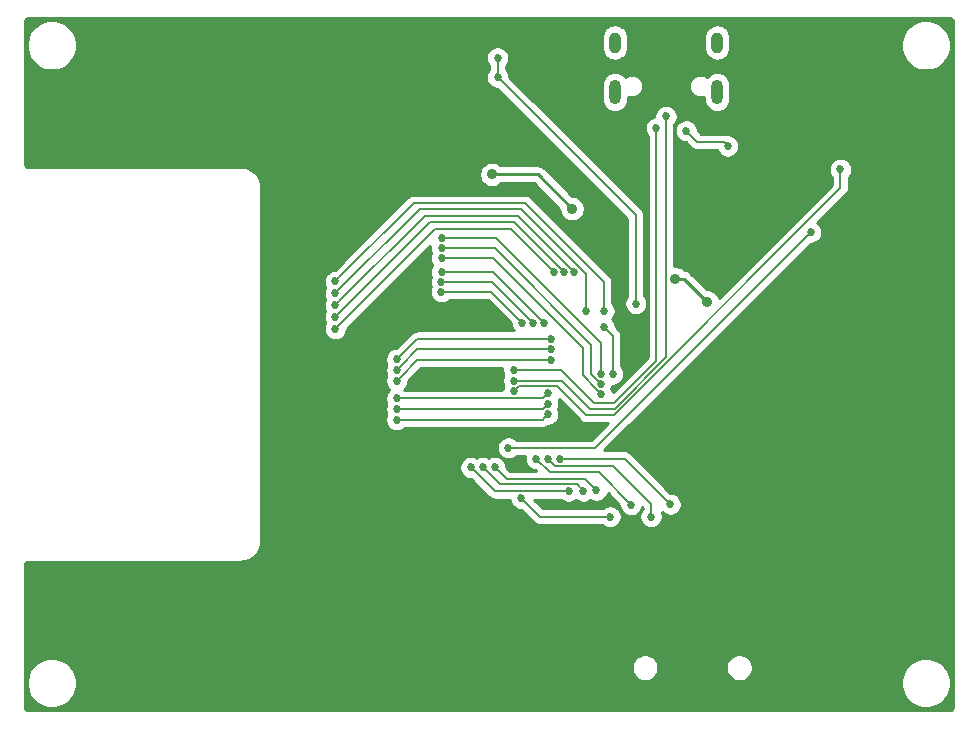
<source format=gbl>
G04 #@! TF.GenerationSoftware,KiCad,Pcbnew,(5.1.0)-1*
G04 #@! TF.CreationDate,2019-04-09T08:08:05-05:00*
G04 #@! TF.ProjectId,prelude,7072656c-7564-4652-9e6b-696361645f70,rev?*
G04 #@! TF.SameCoordinates,Original*
G04 #@! TF.FileFunction,Copper,L2,Bot*
G04 #@! TF.FilePolarity,Positive*
%FSLAX46Y46*%
G04 Gerber Fmt 4.6, Leading zero omitted, Abs format (unit mm)*
G04 Created by KiCad (PCBNEW (5.1.0)-1) date 2019-04-09 08:08:05*
%MOMM*%
%LPD*%
G04 APERTURE LIST*
%ADD10O,1.000000X2.100000*%
%ADD11O,1.000000X1.800000*%
%ADD12C,0.889000*%
%ADD13C,0.685800*%
%ADD14C,0.254000*%
%ADD15C,0.152400*%
G04 APERTURE END LIST*
D10*
X179320000Y-46950000D03*
X170680000Y-46950000D03*
D11*
X179320000Y-42770000D03*
X170680000Y-42770000D03*
D12*
X156500000Y-48940000D03*
X155249998Y-48940000D03*
X153999998Y-48940000D03*
X152749998Y-48940000D03*
X170741888Y-63640002D03*
X170600000Y-58800000D03*
X153800002Y-71400000D03*
D13*
X158200000Y-71400000D03*
D12*
X185000000Y-82990000D03*
X171390000Y-76710000D03*
X172880000Y-50570000D03*
X179900000Y-49390000D03*
X180297500Y-70587500D03*
X157750000Y-48940000D03*
X156500000Y-52690000D03*
X155250000Y-52690000D03*
X154000000Y-52690000D03*
X152750000Y-52690000D03*
X151500000Y-52690000D03*
X150250000Y-52690000D03*
X149000000Y-52690000D03*
X156500000Y-53940000D03*
X155250000Y-53940000D03*
X154000000Y-53940000D03*
X152750000Y-53940000D03*
X151500000Y-53940000D03*
X150250000Y-53940000D03*
X149000000Y-53940000D03*
X150250000Y-55190000D03*
X151500000Y-55190000D03*
X152750000Y-55190000D03*
X154000000Y-55190000D03*
X155250000Y-55190000D03*
X156500000Y-55190000D03*
X149000000Y-55190000D03*
X180100000Y-56750000D03*
X178850000Y-56750000D03*
X177600000Y-56750000D03*
X178850000Y-58000000D03*
X177600000Y-58000000D03*
X178850000Y-59250000D03*
X177600000Y-59250000D03*
X178850000Y-60500000D03*
X177600000Y-60500000D03*
X181350000Y-56750000D03*
X182600000Y-56750000D03*
X180100000Y-58000000D03*
X181350000Y-58000000D03*
X182600000Y-58000000D03*
X180100000Y-59250000D03*
X181350000Y-59250000D03*
X182600000Y-59250000D03*
X180100000Y-60500000D03*
X181350000Y-60500000D03*
X182600000Y-60500000D03*
X180297500Y-71837500D03*
X157100000Y-86930000D03*
X157100000Y-88180000D03*
X158350000Y-88180000D03*
X159600000Y-88180000D03*
X160850000Y-88180000D03*
X162100000Y-88180000D03*
X163350000Y-88180000D03*
X164600000Y-88180000D03*
X165850000Y-88180000D03*
X157100000Y-89430000D03*
X158350000Y-89430000D03*
X159600000Y-89430000D03*
X160850000Y-89430000D03*
X162100000Y-89430000D03*
X163350000Y-89430000D03*
X164600000Y-89430000D03*
X165850000Y-89430000D03*
X157100000Y-90680000D03*
X158350000Y-90680000D03*
X159600000Y-90680000D03*
X160850000Y-90680000D03*
X162100000Y-90680000D03*
X163350000Y-90680000D03*
X164600000Y-90680000D03*
X165850000Y-90680000D03*
X157100000Y-91930000D03*
X158350000Y-91930000D03*
X159600000Y-91930000D03*
X160850000Y-91930000D03*
X162100000Y-91930000D03*
X163350000Y-91930000D03*
X164600000Y-91930000D03*
X165850000Y-91930000D03*
X157100000Y-93180000D03*
X158350000Y-86930000D03*
X159600000Y-86930000D03*
X160850000Y-86930000D03*
X162100000Y-86930000D03*
X163350000Y-86930000D03*
X164600000Y-86930000D03*
X165850000Y-86930000D03*
X157100000Y-85680000D03*
X158350000Y-85680000D03*
X159600000Y-85680000D03*
X160850000Y-85680000D03*
X162100000Y-85680000D03*
X163350000Y-85680000D03*
X164600000Y-85680000D03*
X165850000Y-85680000D03*
X158350000Y-93180000D03*
X159600000Y-93180000D03*
X160850000Y-93180000D03*
X162100000Y-93180000D03*
X163350000Y-93180000D03*
X164600000Y-93180000D03*
X165850000Y-93180000D03*
X157100000Y-94430000D03*
X158350000Y-94430000D03*
X159600000Y-94430000D03*
X160850000Y-94430000D03*
X162100000Y-94430000D03*
X163350000Y-94430000D03*
X164600000Y-94430000D03*
X165850000Y-94430000D03*
X157100000Y-95680000D03*
X158350000Y-95680000D03*
X159600000Y-95680000D03*
X160850000Y-95680000D03*
X162100000Y-95680000D03*
X163350000Y-95680000D03*
X164600000Y-95680000D03*
X167100000Y-95680000D03*
X165850000Y-95680000D03*
X167100000Y-94430000D03*
X167100000Y-93180000D03*
X167100000Y-91930000D03*
X167100000Y-90680000D03*
X167100000Y-89430000D03*
X167100000Y-88180000D03*
X167100000Y-86930000D03*
X168558617Y-83930008D03*
X167088388Y-85691612D03*
X196250000Y-52500000D03*
X197500000Y-52500000D03*
X195000000Y-53750000D03*
X196250000Y-53750000D03*
X197500000Y-53750000D03*
X195000000Y-55000000D03*
X196250000Y-55000000D03*
X197500000Y-55000000D03*
X195000000Y-56250000D03*
X196250000Y-56250000D03*
X197500000Y-56250000D03*
X195000000Y-57500000D03*
X196250000Y-57500000D03*
X197500000Y-57500000D03*
X195000000Y-58750000D03*
X196250000Y-58750000D03*
X197500000Y-58750000D03*
X195000000Y-60000000D03*
X196250000Y-60000000D03*
X197500000Y-60000000D03*
X195000000Y-61250000D03*
X196250000Y-61250000D03*
X197500000Y-61250000D03*
X195000000Y-62500000D03*
X196250000Y-62500000D03*
X197500000Y-62500000D03*
X195000000Y-63750000D03*
X196250000Y-63750000D03*
X197500000Y-63750000D03*
X195000000Y-65000000D03*
X196250000Y-65000000D03*
X197500000Y-65000000D03*
X195000000Y-66250000D03*
X196250000Y-66250000D03*
X197500000Y-66250000D03*
X195000000Y-67500000D03*
X196250000Y-67500000D03*
X197500000Y-67500000D03*
X195000000Y-68750000D03*
X196250000Y-68750000D03*
X197500000Y-68750000D03*
X195000000Y-70000000D03*
X196250000Y-70000000D03*
X197500000Y-70000000D03*
X195000000Y-71250000D03*
X196250000Y-71250000D03*
X197500000Y-71250000D03*
X195000000Y-72500000D03*
X196250000Y-72500000D03*
X197500000Y-72500000D03*
X195000000Y-73750000D03*
X196250000Y-73750000D03*
X197500000Y-73750000D03*
X195000000Y-75000000D03*
X196250000Y-75000000D03*
X197500000Y-75000000D03*
X195000000Y-76250000D03*
X196250000Y-76250000D03*
X197500000Y-76250000D03*
X195000000Y-77500000D03*
X196250000Y-77500000D03*
X197500000Y-77500000D03*
X195000000Y-78750000D03*
X196250000Y-78750000D03*
X197500000Y-78750000D03*
X195000000Y-80000000D03*
X196250000Y-80000000D03*
X197500000Y-80000000D03*
X195000000Y-81250000D03*
X196250000Y-81250000D03*
X197500000Y-81250000D03*
X195000000Y-82500000D03*
X196250000Y-82500000D03*
X197500000Y-82500000D03*
X195000000Y-83750000D03*
X196250000Y-83750000D03*
X197500000Y-83750000D03*
X195000000Y-85000000D03*
X196250000Y-85000000D03*
X197500000Y-85000000D03*
X195000000Y-86250000D03*
X196250000Y-86250000D03*
X197500000Y-86250000D03*
X195000000Y-87500000D03*
X196250000Y-87500000D03*
X197500000Y-87500000D03*
X195000000Y-52500000D03*
D13*
X169750000Y-66850000D03*
X170500000Y-70830002D03*
D12*
X167060000Y-56840000D03*
X160250000Y-53940000D03*
X178490000Y-64756610D03*
X175795024Y-62770000D03*
D13*
X169500000Y-70821510D03*
X156000000Y-59323574D03*
X169500000Y-71659723D03*
X156000000Y-60161787D03*
X169500000Y-72508213D03*
X156000000Y-61000000D03*
X155999929Y-62197361D03*
X164650001Y-66500000D03*
X155977585Y-63035275D03*
X163750020Y-66500000D03*
X155980163Y-63873483D03*
X162840000Y-66500000D03*
X152200000Y-69600000D03*
X165250000Y-67849998D03*
X152200000Y-70500000D03*
X165250000Y-68750002D03*
X152200000Y-71400000D03*
X165250000Y-69649998D03*
X165000002Y-72450000D03*
X152200000Y-72900000D03*
X165000000Y-73350000D03*
X152200000Y-73800000D03*
X165000000Y-74250000D03*
X152200000Y-74700000D03*
X165500000Y-62200000D03*
X147000000Y-67000000D03*
X147000000Y-66000000D03*
X166350000Y-62190000D03*
X147000000Y-65000000D03*
X167200000Y-62190000D03*
X168250000Y-65500000D03*
X147000000Y-64000000D03*
X169750000Y-65500000D03*
X147000000Y-63000000D03*
X176710000Y-50240000D03*
X180230000Y-51530000D03*
X161660881Y-77090881D03*
X187240000Y-58830000D03*
X162100000Y-72300000D03*
X189770000Y-53500000D03*
X162754282Y-81364282D03*
X170260000Y-82910000D03*
X165000000Y-78000000D03*
X173730006Y-82910000D03*
X159496000Y-78740000D03*
X168010000Y-80740000D03*
X160512000Y-78740000D03*
X169110000Y-80680000D03*
X166000000Y-78000000D03*
X175350000Y-81850000D03*
X158480000Y-78740000D03*
X166760000Y-80750000D03*
X172039121Y-81891335D03*
X164000000Y-78000000D03*
X162100000Y-71400000D03*
X175000000Y-49000000D03*
X162100000Y-70500000D03*
X174160000Y-50000000D03*
X160740006Y-44070006D03*
X160740000Y-45700000D03*
X172450000Y-64890000D03*
D14*
X158200000Y-71400000D02*
X153800002Y-71400000D01*
X185000000Y-82990000D02*
X178720000Y-76710000D01*
X178720000Y-76710000D02*
X171390000Y-76710000D01*
X167930000Y-83930008D02*
X168558617Y-83930008D01*
X162580008Y-83930008D02*
X167930000Y-83930008D01*
X162580000Y-83930000D02*
X162580008Y-83930008D01*
D15*
X170092899Y-67192899D02*
X169750000Y-66850000D01*
X170500000Y-67600000D02*
X170092899Y-67192899D01*
X170500000Y-70830002D02*
X170500000Y-67600000D01*
D14*
X164160000Y-53940000D02*
X167060000Y-56840000D01*
X160250000Y-53940000D02*
X164160000Y-53940000D01*
X176503390Y-62770000D02*
X175795024Y-62770000D01*
X178490000Y-64756610D02*
X176503390Y-62770000D01*
D15*
X156000000Y-59323574D02*
X160613574Y-59323574D01*
X160613574Y-59323574D02*
X169500000Y-68210000D01*
X169500000Y-68210000D02*
X169500000Y-70336577D01*
X169500000Y-70336577D02*
X169500000Y-70821510D01*
X160491787Y-60161787D02*
X168664213Y-68334213D01*
X168664213Y-68334213D02*
X168664213Y-70823936D01*
X168664213Y-70823936D02*
X169157101Y-71316824D01*
X169157101Y-71316824D02*
X169500000Y-71659723D01*
X156000000Y-60161787D02*
X160491787Y-60161787D01*
X156000000Y-61000000D02*
X160340000Y-61000000D01*
X160340000Y-61000000D02*
X167950000Y-68610000D01*
X167950000Y-68610000D02*
X167950000Y-70958213D01*
X167950000Y-70958213D02*
X169157101Y-72165314D01*
X169157101Y-72165314D02*
X169500000Y-72508213D01*
X160347362Y-62197361D02*
X156484862Y-62197361D01*
X156484862Y-62197361D02*
X155999929Y-62197361D01*
X164650001Y-66500000D02*
X160347362Y-62197361D01*
X163750020Y-66500000D02*
X160285295Y-63035275D01*
X160285295Y-63035275D02*
X156462518Y-63035275D01*
X156462518Y-63035275D02*
X155977585Y-63035275D01*
X155980163Y-63873483D02*
X160213483Y-63873483D01*
X160213483Y-63873483D02*
X160556382Y-64216382D01*
X162840000Y-66500000D02*
X160556382Y-64216382D01*
X152542899Y-69257101D02*
X152200000Y-69600000D01*
X153950002Y-67849998D02*
X152542899Y-69257101D01*
X165250000Y-67849998D02*
X153950002Y-67849998D01*
X152542899Y-70157101D02*
X152200000Y-70500000D01*
X153949998Y-68750002D02*
X152542899Y-70157101D01*
X165250000Y-68750002D02*
X153949998Y-68750002D01*
X152542899Y-71057101D02*
X152200000Y-71400000D01*
X153950002Y-69649998D02*
X152542899Y-71057101D01*
X165250000Y-69649998D02*
X153950002Y-69649998D01*
X164657103Y-72792899D02*
X165000002Y-72450000D01*
X164550002Y-72900000D02*
X164657103Y-72792899D01*
X152200000Y-72900000D02*
X164550002Y-72900000D01*
X164657101Y-73692899D02*
X165000000Y-73350000D01*
X164550000Y-73800000D02*
X164657101Y-73692899D01*
X152200000Y-73800000D02*
X164550000Y-73800000D01*
X164657101Y-74592899D02*
X165000000Y-74250000D01*
X164550000Y-74700000D02*
X164657101Y-74592899D01*
X152200000Y-74700000D02*
X164550000Y-74700000D01*
X165500000Y-62200000D02*
X161870000Y-58570000D01*
X161870000Y-58570000D02*
X155430000Y-58570000D01*
X155430000Y-58570000D02*
X147000000Y-67000000D01*
X166350000Y-62190000D02*
X162140000Y-57980000D01*
X162140000Y-57980000D02*
X155020000Y-57980000D01*
X155020000Y-57980000D02*
X147342899Y-65657101D01*
X147342899Y-65657101D02*
X147000000Y-66000000D01*
X167200000Y-62190000D02*
X162440000Y-57430000D01*
X162440000Y-57430000D02*
X154570000Y-57430000D01*
X154570000Y-57430000D02*
X147342899Y-64657101D01*
X147342899Y-64657101D02*
X147000000Y-65000000D01*
X147000000Y-64000000D02*
X154160000Y-56840000D01*
X154160000Y-56840000D02*
X162700000Y-56840000D01*
X162700000Y-56840000D02*
X168250000Y-62390000D01*
X168250000Y-62390000D02*
X168250000Y-65015067D01*
X168250000Y-65015067D02*
X168250000Y-65500000D01*
X169750000Y-65500000D02*
X169750000Y-63040000D01*
X169750000Y-63040000D02*
X163070000Y-56360000D01*
X163070000Y-56360000D02*
X153640000Y-56360000D01*
X153640000Y-56360000D02*
X147342899Y-62657101D01*
X147342899Y-62657101D02*
X147000000Y-63000000D01*
X176710000Y-50240000D02*
X177660000Y-51190000D01*
X177660000Y-51190000D02*
X179890000Y-51190000D01*
X179890000Y-51190000D02*
X180230000Y-51530000D01*
X161660881Y-77090881D02*
X168979119Y-77090881D01*
X186897101Y-59172899D02*
X187240000Y-58830000D01*
X168979119Y-77090881D02*
X186897101Y-59172899D01*
X162100000Y-72300000D02*
X162580000Y-71820000D01*
X170564933Y-74290000D02*
X189770000Y-55084933D01*
X189770000Y-55084933D02*
X189770000Y-53984933D01*
X189770000Y-53984933D02*
X189770000Y-53500000D01*
X168230000Y-74290000D02*
X170564933Y-74290000D01*
X165760000Y-71820000D02*
X168230000Y-74290000D01*
X162580000Y-71820000D02*
X165760000Y-71820000D01*
X163097181Y-81707181D02*
X162754282Y-81364282D01*
X164300000Y-82910000D02*
X163097181Y-81707181D01*
X170260000Y-82910000D02*
X164300000Y-82910000D01*
X173730006Y-81850006D02*
X173730006Y-82910000D01*
X170480000Y-78600000D02*
X173730006Y-81850006D01*
X165000000Y-78000000D02*
X165600000Y-78600000D01*
X165600000Y-78600000D02*
X170480000Y-78600000D01*
X160924499Y-80168499D02*
X159838899Y-79082899D01*
X167438499Y-80168499D02*
X160924499Y-80168499D01*
X168010000Y-80740000D02*
X167438499Y-80168499D01*
X159838899Y-79082899D02*
X159496000Y-78740000D01*
X161522000Y-79750000D02*
X160854899Y-79082899D01*
X169110000Y-80680000D02*
X168180000Y-79750000D01*
X168180000Y-79750000D02*
X161522000Y-79750000D01*
X160854899Y-79082899D02*
X160512000Y-78740000D01*
X175350000Y-81850000D02*
X171500000Y-78000000D01*
X166000000Y-78000000D02*
X171500000Y-78000000D01*
X158822899Y-79082899D02*
X158480000Y-78740000D01*
X166760000Y-80750000D02*
X160490000Y-80750000D01*
X160490000Y-80750000D02*
X158822899Y-79082899D01*
X172039121Y-81889121D02*
X172039121Y-81891335D01*
X169320000Y-79170000D02*
X172039121Y-81889121D01*
X164000000Y-78000000D02*
X165170000Y-79170000D01*
X165170000Y-79170000D02*
X169320000Y-79170000D01*
X175000000Y-69420000D02*
X175000000Y-49484933D01*
X175000000Y-49484933D02*
X175000000Y-49000000D01*
X170640000Y-73780000D02*
X175000000Y-69420000D01*
X168540000Y-73780000D02*
X170640000Y-73780000D01*
X166160000Y-71400000D02*
X168540000Y-73780000D01*
X162100000Y-71400000D02*
X166160000Y-71400000D01*
X168880000Y-73250000D02*
X170600000Y-73250000D01*
X162100000Y-70500000D02*
X166130000Y-70500000D01*
X166130000Y-70500000D02*
X168880000Y-73250000D01*
X170600000Y-73250000D02*
X174160000Y-69690000D01*
X174160000Y-50484933D02*
X174160000Y-50000000D01*
X174160000Y-69690000D02*
X174160000Y-50484933D01*
X160740006Y-44070006D02*
X160740006Y-45699994D01*
X160740006Y-45699994D02*
X160740000Y-45700000D01*
X172450000Y-64405067D02*
X172450000Y-64890000D01*
X172450000Y-57410000D02*
X172450000Y-64405067D01*
X160740000Y-45700000D02*
X172450000Y-57410000D01*
D14*
G36*
X199055665Y-40718863D02*
G01*
X199109214Y-40735030D01*
X199158597Y-40761288D01*
X199201945Y-40796641D01*
X199237600Y-40839740D01*
X199264201Y-40888937D01*
X199280742Y-40942375D01*
X199290000Y-41030455D01*
X199290001Y-98965269D01*
X199281138Y-99055664D01*
X199264970Y-99109214D01*
X199238712Y-99158597D01*
X199203357Y-99201947D01*
X199160261Y-99237599D01*
X199111063Y-99264201D01*
X199057625Y-99280742D01*
X198969545Y-99290000D01*
X121034721Y-99290000D01*
X120944336Y-99281138D01*
X120890786Y-99264970D01*
X120841403Y-99238712D01*
X120798053Y-99203357D01*
X120762401Y-99160261D01*
X120735799Y-99111063D01*
X120719258Y-99057625D01*
X120710000Y-98969545D01*
X120710000Y-96789721D01*
X120865000Y-96789721D01*
X120865000Y-97210279D01*
X120947047Y-97622756D01*
X121107988Y-98011302D01*
X121341637Y-98360983D01*
X121639017Y-98658363D01*
X121988698Y-98892012D01*
X122377244Y-99052953D01*
X122789721Y-99135000D01*
X123210279Y-99135000D01*
X123622756Y-99052953D01*
X124011302Y-98892012D01*
X124360983Y-98658363D01*
X124658363Y-98360983D01*
X124892012Y-98011302D01*
X125052953Y-97622756D01*
X125135000Y-97210279D01*
X125135000Y-96789721D01*
X125052953Y-96377244D01*
X124892012Y-95988698D01*
X124658363Y-95639017D01*
X124607558Y-95588212D01*
X172085000Y-95588212D01*
X172085000Y-95811788D01*
X172128617Y-96031067D01*
X172214176Y-96237624D01*
X172338388Y-96423520D01*
X172496480Y-96581612D01*
X172682376Y-96705824D01*
X172888933Y-96791383D01*
X173108212Y-96835000D01*
X173331788Y-96835000D01*
X173551067Y-96791383D01*
X173757624Y-96705824D01*
X173943520Y-96581612D01*
X174101612Y-96423520D01*
X174225824Y-96237624D01*
X174311383Y-96031067D01*
X174355000Y-95811788D01*
X174355000Y-95588212D01*
X180065000Y-95588212D01*
X180065000Y-95811788D01*
X180108617Y-96031067D01*
X180194176Y-96237624D01*
X180318388Y-96423520D01*
X180476480Y-96581612D01*
X180662376Y-96705824D01*
X180868933Y-96791383D01*
X181088212Y-96835000D01*
X181311788Y-96835000D01*
X181531067Y-96791383D01*
X181535079Y-96789721D01*
X194865000Y-96789721D01*
X194865000Y-97210279D01*
X194947047Y-97622756D01*
X195107988Y-98011302D01*
X195341637Y-98360983D01*
X195639017Y-98658363D01*
X195988698Y-98892012D01*
X196377244Y-99052953D01*
X196789721Y-99135000D01*
X197210279Y-99135000D01*
X197622756Y-99052953D01*
X198011302Y-98892012D01*
X198360983Y-98658363D01*
X198658363Y-98360983D01*
X198892012Y-98011302D01*
X199052953Y-97622756D01*
X199135000Y-97210279D01*
X199135000Y-96789721D01*
X199052953Y-96377244D01*
X198892012Y-95988698D01*
X198658363Y-95639017D01*
X198360983Y-95341637D01*
X198011302Y-95107988D01*
X197622756Y-94947047D01*
X197210279Y-94865000D01*
X196789721Y-94865000D01*
X196377244Y-94947047D01*
X195988698Y-95107988D01*
X195639017Y-95341637D01*
X195341637Y-95639017D01*
X195107988Y-95988698D01*
X194947047Y-96377244D01*
X194865000Y-96789721D01*
X181535079Y-96789721D01*
X181737624Y-96705824D01*
X181923520Y-96581612D01*
X182081612Y-96423520D01*
X182205824Y-96237624D01*
X182291383Y-96031067D01*
X182335000Y-95811788D01*
X182335000Y-95588212D01*
X182291383Y-95368933D01*
X182205824Y-95162376D01*
X182081612Y-94976480D01*
X181923520Y-94818388D01*
X181737624Y-94694176D01*
X181531067Y-94608617D01*
X181311788Y-94565000D01*
X181088212Y-94565000D01*
X180868933Y-94608617D01*
X180662376Y-94694176D01*
X180476480Y-94818388D01*
X180318388Y-94976480D01*
X180194176Y-95162376D01*
X180108617Y-95368933D01*
X180065000Y-95588212D01*
X174355000Y-95588212D01*
X174311383Y-95368933D01*
X174225824Y-95162376D01*
X174101612Y-94976480D01*
X173943520Y-94818388D01*
X173757624Y-94694176D01*
X173551067Y-94608617D01*
X173331788Y-94565000D01*
X173108212Y-94565000D01*
X172888933Y-94608617D01*
X172682376Y-94694176D01*
X172496480Y-94818388D01*
X172338388Y-94976480D01*
X172214176Y-95162376D01*
X172128617Y-95368933D01*
X172085000Y-95588212D01*
X124607558Y-95588212D01*
X124360983Y-95341637D01*
X124011302Y-95107988D01*
X123622756Y-94947047D01*
X123210279Y-94865000D01*
X122789721Y-94865000D01*
X122377244Y-94947047D01*
X121988698Y-95107988D01*
X121639017Y-95341637D01*
X121341637Y-95639017D01*
X121107988Y-95988698D01*
X120947047Y-96377244D01*
X120865000Y-96789721D01*
X120710000Y-96789721D01*
X120710000Y-87034722D01*
X120718863Y-86944335D01*
X120735030Y-86890786D01*
X120761288Y-86841403D01*
X120796641Y-86798055D01*
X120839740Y-86762400D01*
X120888937Y-86735799D01*
X120942375Y-86719258D01*
X121030455Y-86710000D01*
X139034877Y-86710000D01*
X139065222Y-86707011D01*
X139071332Y-86707054D01*
X139081198Y-86706086D01*
X139275295Y-86685685D01*
X139338310Y-86672750D01*
X139401540Y-86660688D01*
X139411030Y-86657823D01*
X139597468Y-86600111D01*
X139656797Y-86575171D01*
X139716455Y-86551068D01*
X139725208Y-86546414D01*
X139896885Y-86453589D01*
X139950198Y-86417629D01*
X140004083Y-86382367D01*
X140011765Y-86376102D01*
X140162143Y-86251698D01*
X140207480Y-86206043D01*
X140253463Y-86161013D01*
X140259782Y-86153375D01*
X140383132Y-86002133D01*
X140418757Y-85948513D01*
X140455099Y-85895436D01*
X140459814Y-85886716D01*
X140551439Y-85714394D01*
X140575951Y-85654924D01*
X140601312Y-85595752D01*
X140604243Y-85586282D01*
X140660652Y-85399446D01*
X140673152Y-85336316D01*
X140686530Y-85273377D01*
X140687566Y-85263519D01*
X140706611Y-85069285D01*
X140710000Y-85034877D01*
X140710000Y-62903685D01*
X146022100Y-62903685D01*
X146022100Y-63096315D01*
X146059680Y-63285243D01*
X146133396Y-63463210D01*
X146157978Y-63500000D01*
X146133396Y-63536790D01*
X146059680Y-63714757D01*
X146022100Y-63903685D01*
X146022100Y-64096315D01*
X146059680Y-64285243D01*
X146133396Y-64463210D01*
X146157978Y-64500000D01*
X146133396Y-64536790D01*
X146059680Y-64714757D01*
X146022100Y-64903685D01*
X146022100Y-65096315D01*
X146059680Y-65285243D01*
X146133396Y-65463210D01*
X146157978Y-65500000D01*
X146133396Y-65536790D01*
X146059680Y-65714757D01*
X146022100Y-65903685D01*
X146022100Y-66096315D01*
X146059680Y-66285243D01*
X146133396Y-66463210D01*
X146157978Y-66500000D01*
X146133396Y-66536790D01*
X146059680Y-66714757D01*
X146022100Y-66903685D01*
X146022100Y-67096315D01*
X146059680Y-67285243D01*
X146133396Y-67463210D01*
X146240415Y-67623375D01*
X146376625Y-67759585D01*
X146536790Y-67866604D01*
X146714757Y-67940320D01*
X146903685Y-67977900D01*
X147096315Y-67977900D01*
X147285243Y-67940320D01*
X147463210Y-67866604D01*
X147623375Y-67759585D01*
X147759585Y-67623375D01*
X147866604Y-67463210D01*
X147940320Y-67285243D01*
X147977900Y-67096315D01*
X147977900Y-67027887D01*
X155042407Y-59963382D01*
X155022100Y-60065472D01*
X155022100Y-60258102D01*
X155059680Y-60447030D01*
X155115128Y-60580894D01*
X155059680Y-60714757D01*
X155022100Y-60903685D01*
X155022100Y-61096315D01*
X155059680Y-61285243D01*
X155133396Y-61463210D01*
X155223879Y-61598627D01*
X155133325Y-61734151D01*
X155059609Y-61912118D01*
X155022029Y-62101046D01*
X155022029Y-62293676D01*
X155059609Y-62482604D01*
X155103823Y-62589346D01*
X155037265Y-62750032D01*
X154999685Y-62938960D01*
X154999685Y-63131590D01*
X155037265Y-63320518D01*
X155094001Y-63457491D01*
X155039843Y-63588240D01*
X155002263Y-63777168D01*
X155002263Y-63969798D01*
X155039843Y-64158726D01*
X155113559Y-64336693D01*
X155220578Y-64496858D01*
X155356788Y-64633068D01*
X155516953Y-64740087D01*
X155694920Y-64813803D01*
X155883848Y-64851383D01*
X156076478Y-64851383D01*
X156265406Y-64813803D01*
X156443373Y-64740087D01*
X156603538Y-64633068D01*
X156651923Y-64584683D01*
X159918895Y-64584683D01*
X160078191Y-64743979D01*
X160078196Y-64743983D01*
X161862100Y-66527889D01*
X161862100Y-66596315D01*
X161899680Y-66785243D01*
X161973396Y-66963210D01*
X162080415Y-67123375D01*
X162095838Y-67138798D01*
X153984927Y-67138798D01*
X153950001Y-67135358D01*
X153915075Y-67138798D01*
X153915066Y-67138798D01*
X153810582Y-67149089D01*
X153676521Y-67189756D01*
X153552969Y-67255796D01*
X153444675Y-67344671D01*
X153422405Y-67371807D01*
X152172113Y-68622100D01*
X152103685Y-68622100D01*
X151914757Y-68659680D01*
X151736790Y-68733396D01*
X151576625Y-68840415D01*
X151440415Y-68976625D01*
X151333396Y-69136790D01*
X151259680Y-69314757D01*
X151222100Y-69503685D01*
X151222100Y-69696315D01*
X151259680Y-69885243D01*
X151327924Y-70050000D01*
X151259680Y-70214757D01*
X151222100Y-70403685D01*
X151222100Y-70596315D01*
X151259680Y-70785243D01*
X151327924Y-70950000D01*
X151259680Y-71114757D01*
X151222100Y-71303685D01*
X151222100Y-71496315D01*
X151259680Y-71685243D01*
X151333396Y-71863210D01*
X151440415Y-72023375D01*
X151567040Y-72150000D01*
X151440415Y-72276625D01*
X151333396Y-72436790D01*
X151259680Y-72614757D01*
X151222100Y-72803685D01*
X151222100Y-72996315D01*
X151259680Y-73185243D01*
X151327924Y-73350000D01*
X151259680Y-73514757D01*
X151222100Y-73703685D01*
X151222100Y-73896315D01*
X151259680Y-74085243D01*
X151327924Y-74250000D01*
X151259680Y-74414757D01*
X151222100Y-74603685D01*
X151222100Y-74796315D01*
X151259680Y-74985243D01*
X151333396Y-75163210D01*
X151440415Y-75323375D01*
X151576625Y-75459585D01*
X151736790Y-75566604D01*
X151914757Y-75640320D01*
X152103685Y-75677900D01*
X152296315Y-75677900D01*
X152485243Y-75640320D01*
X152663210Y-75566604D01*
X152823375Y-75459585D01*
X152871760Y-75411200D01*
X164515074Y-75411200D01*
X164550000Y-75414640D01*
X164584926Y-75411200D01*
X164584936Y-75411200D01*
X164689420Y-75400909D01*
X164823481Y-75360242D01*
X164947033Y-75294202D01*
X165027822Y-75227900D01*
X165096315Y-75227900D01*
X165285243Y-75190320D01*
X165463210Y-75116604D01*
X165623375Y-75009585D01*
X165759585Y-74873375D01*
X165866604Y-74713210D01*
X165940320Y-74535243D01*
X165977900Y-74346315D01*
X165977900Y-74153685D01*
X165940320Y-73964757D01*
X165872076Y-73800000D01*
X165940320Y-73635243D01*
X165977900Y-73446315D01*
X165977900Y-73253685D01*
X165940320Y-73064757D01*
X165898849Y-72964636D01*
X167702407Y-74768196D01*
X167724673Y-74795327D01*
X167751804Y-74817593D01*
X167751808Y-74817597D01*
X167778400Y-74839420D01*
X167832967Y-74884202D01*
X167956519Y-74950242D01*
X168090580Y-74990909D01*
X168195064Y-75001200D01*
X168195081Y-75001200D01*
X168229999Y-75004639D01*
X168264917Y-75001200D01*
X170063013Y-75001200D01*
X168684532Y-76379681D01*
X162332641Y-76379681D01*
X162284256Y-76331296D01*
X162124091Y-76224277D01*
X161946124Y-76150561D01*
X161757196Y-76112981D01*
X161564566Y-76112981D01*
X161375638Y-76150561D01*
X161197671Y-76224277D01*
X161037506Y-76331296D01*
X160901296Y-76467506D01*
X160794277Y-76627671D01*
X160720561Y-76805638D01*
X160682981Y-76994566D01*
X160682981Y-77187196D01*
X160720561Y-77376124D01*
X160794277Y-77554091D01*
X160901296Y-77714256D01*
X161037506Y-77850466D01*
X161197671Y-77957485D01*
X161375638Y-78031201D01*
X161564566Y-78068781D01*
X161757196Y-78068781D01*
X161946124Y-78031201D01*
X162124091Y-77957485D01*
X162284256Y-77850466D01*
X162332641Y-77802081D01*
X163042310Y-77802081D01*
X163022100Y-77903685D01*
X163022100Y-78096315D01*
X163059680Y-78285243D01*
X163133396Y-78463210D01*
X163240415Y-78623375D01*
X163376625Y-78759585D01*
X163536790Y-78866604D01*
X163714757Y-78940320D01*
X163903685Y-78977900D01*
X163972113Y-78977900D01*
X164033013Y-79038800D01*
X161816588Y-79038800D01*
X161489900Y-78712113D01*
X161489900Y-78643685D01*
X161452320Y-78454757D01*
X161378604Y-78276790D01*
X161271585Y-78116625D01*
X161135375Y-77980415D01*
X160975210Y-77873396D01*
X160797243Y-77799680D01*
X160608315Y-77762100D01*
X160415685Y-77762100D01*
X160226757Y-77799680D01*
X160048790Y-77873396D01*
X160004000Y-77903324D01*
X159959210Y-77873396D01*
X159781243Y-77799680D01*
X159592315Y-77762100D01*
X159399685Y-77762100D01*
X159210757Y-77799680D01*
X159032790Y-77873396D01*
X158988000Y-77903324D01*
X158943210Y-77873396D01*
X158765243Y-77799680D01*
X158576315Y-77762100D01*
X158383685Y-77762100D01*
X158194757Y-77799680D01*
X158016790Y-77873396D01*
X157856625Y-77980415D01*
X157720415Y-78116625D01*
X157613396Y-78276790D01*
X157539680Y-78454757D01*
X157502100Y-78643685D01*
X157502100Y-78836315D01*
X157539680Y-79025243D01*
X157613396Y-79203210D01*
X157720415Y-79363375D01*
X157856625Y-79499585D01*
X158016790Y-79606604D01*
X158194757Y-79680320D01*
X158383685Y-79717900D01*
X158452113Y-79717900D01*
X159962403Y-81228191D01*
X159984673Y-81255327D01*
X160092967Y-81344202D01*
X160216519Y-81410242D01*
X160350580Y-81450909D01*
X160455064Y-81461200D01*
X160455071Y-81461200D01*
X160490000Y-81464640D01*
X160524928Y-81461200D01*
X161776502Y-81461200D01*
X161813962Y-81649525D01*
X161887678Y-81827492D01*
X161994697Y-81987657D01*
X162130907Y-82123867D01*
X162291072Y-82230886D01*
X162469039Y-82304602D01*
X162657967Y-82342182D01*
X162726395Y-82342182D01*
X163772403Y-83388191D01*
X163794673Y-83415327D01*
X163902967Y-83504202D01*
X164026519Y-83570242D01*
X164160580Y-83610909D01*
X164265064Y-83621200D01*
X164265071Y-83621200D01*
X164300000Y-83624640D01*
X164334928Y-83621200D01*
X169588240Y-83621200D01*
X169636625Y-83669585D01*
X169796790Y-83776604D01*
X169974757Y-83850320D01*
X170163685Y-83887900D01*
X170356315Y-83887900D01*
X170545243Y-83850320D01*
X170723210Y-83776604D01*
X170883375Y-83669585D01*
X171019585Y-83533375D01*
X171126604Y-83373210D01*
X171200320Y-83195243D01*
X171237900Y-83006315D01*
X171237900Y-82813685D01*
X171200320Y-82624757D01*
X171126604Y-82446790D01*
X171019585Y-82286625D01*
X170883375Y-82150415D01*
X170723210Y-82043396D01*
X170545243Y-81969680D01*
X170356315Y-81932100D01*
X170163685Y-81932100D01*
X169974757Y-81969680D01*
X169796790Y-82043396D01*
X169636625Y-82150415D01*
X169588240Y-82198800D01*
X164594588Y-82198800D01*
X163856987Y-81461200D01*
X166088240Y-81461200D01*
X166136625Y-81509585D01*
X166296790Y-81616604D01*
X166474757Y-81690320D01*
X166663685Y-81727900D01*
X166856315Y-81727900D01*
X167045243Y-81690320D01*
X167223210Y-81616604D01*
X167383375Y-81509585D01*
X167390671Y-81502289D01*
X167546790Y-81606604D01*
X167724757Y-81680320D01*
X167913685Y-81717900D01*
X168106315Y-81717900D01*
X168295243Y-81680320D01*
X168473210Y-81606604D01*
X168604898Y-81518613D01*
X168646790Y-81546604D01*
X168824757Y-81620320D01*
X169013685Y-81657900D01*
X169206315Y-81657900D01*
X169395243Y-81620320D01*
X169573210Y-81546604D01*
X169733375Y-81439585D01*
X169869585Y-81303375D01*
X169976604Y-81143210D01*
X170050320Y-80965243D01*
X170060131Y-80915919D01*
X171061221Y-81917009D01*
X171061221Y-81987650D01*
X171098801Y-82176578D01*
X171172517Y-82354545D01*
X171279536Y-82514710D01*
X171415746Y-82650920D01*
X171575911Y-82757939D01*
X171753878Y-82831655D01*
X171942806Y-82869235D01*
X172135436Y-82869235D01*
X172324364Y-82831655D01*
X172502331Y-82757939D01*
X172662496Y-82650920D01*
X172798706Y-82514710D01*
X172905725Y-82354545D01*
X172979441Y-82176578D01*
X172991278Y-82117067D01*
X173018806Y-82144595D01*
X173018806Y-82238240D01*
X172970421Y-82286625D01*
X172863402Y-82446790D01*
X172789686Y-82624757D01*
X172752106Y-82813685D01*
X172752106Y-83006315D01*
X172789686Y-83195243D01*
X172863402Y-83373210D01*
X172970421Y-83533375D01*
X173106631Y-83669585D01*
X173266796Y-83776604D01*
X173444763Y-83850320D01*
X173633691Y-83887900D01*
X173826321Y-83887900D01*
X174015249Y-83850320D01*
X174193216Y-83776604D01*
X174353381Y-83669585D01*
X174489591Y-83533375D01*
X174596610Y-83373210D01*
X174670326Y-83195243D01*
X174707906Y-83006315D01*
X174707906Y-82813685D01*
X174670326Y-82624757D01*
X174619789Y-82502749D01*
X174726625Y-82609585D01*
X174886790Y-82716604D01*
X175064757Y-82790320D01*
X175253685Y-82827900D01*
X175446315Y-82827900D01*
X175635243Y-82790320D01*
X175813210Y-82716604D01*
X175973375Y-82609585D01*
X176109585Y-82473375D01*
X176216604Y-82313210D01*
X176290320Y-82135243D01*
X176327900Y-81946315D01*
X176327900Y-81753685D01*
X176290320Y-81564757D01*
X176216604Y-81386790D01*
X176109585Y-81226625D01*
X175973375Y-81090415D01*
X175813210Y-80983396D01*
X175635243Y-80909680D01*
X175446315Y-80872100D01*
X175377889Y-80872100D01*
X172027602Y-77521815D01*
X172005327Y-77494673D01*
X171897033Y-77405798D01*
X171773481Y-77339758D01*
X171639420Y-77299091D01*
X171534936Y-77288800D01*
X171534926Y-77288800D01*
X171500000Y-77285360D01*
X171465074Y-77288800D01*
X169786987Y-77288800D01*
X187267888Y-59807900D01*
X187336315Y-59807900D01*
X187525243Y-59770320D01*
X187703210Y-59696604D01*
X187863375Y-59589585D01*
X187999585Y-59453375D01*
X188106604Y-59293210D01*
X188180320Y-59115243D01*
X188217900Y-58926315D01*
X188217900Y-58733685D01*
X188180320Y-58544757D01*
X188106604Y-58366790D01*
X187999585Y-58206625D01*
X187863375Y-58070415D01*
X187819574Y-58041148D01*
X190248201Y-55612521D01*
X190275326Y-55590260D01*
X190297588Y-55563134D01*
X190297597Y-55563125D01*
X190364202Y-55481966D01*
X190430241Y-55358415D01*
X190430242Y-55358414D01*
X190470909Y-55224353D01*
X190481200Y-55119869D01*
X190481200Y-55119860D01*
X190484640Y-55084934D01*
X190481200Y-55050008D01*
X190481200Y-54171760D01*
X190529585Y-54123375D01*
X190636604Y-53963210D01*
X190710320Y-53785243D01*
X190747900Y-53596315D01*
X190747900Y-53403685D01*
X190710320Y-53214757D01*
X190636604Y-53036790D01*
X190529585Y-52876625D01*
X190393375Y-52740415D01*
X190233210Y-52633396D01*
X190055243Y-52559680D01*
X189866315Y-52522100D01*
X189673685Y-52522100D01*
X189484757Y-52559680D01*
X189306790Y-52633396D01*
X189146625Y-52740415D01*
X189010415Y-52876625D01*
X188903396Y-53036790D01*
X188829680Y-53214757D01*
X188792100Y-53403685D01*
X188792100Y-53596315D01*
X188829680Y-53785243D01*
X188903396Y-53963210D01*
X189010415Y-54123375D01*
X189058801Y-54171761D01*
X189058800Y-54790344D01*
X179492692Y-64356453D01*
X179446640Y-64245275D01*
X179328502Y-64068469D01*
X179178141Y-63918108D01*
X179001335Y-63799970D01*
X178804878Y-63718595D01*
X178596321Y-63677110D01*
X178488131Y-63677110D01*
X177068674Y-62257654D01*
X177044812Y-62228578D01*
X176928782Y-62133355D01*
X176796405Y-62062598D01*
X176652768Y-62019026D01*
X176561726Y-62010059D01*
X176483165Y-61931498D01*
X176306359Y-61813360D01*
X176109902Y-61731985D01*
X175901345Y-61690500D01*
X175711200Y-61690500D01*
X175711200Y-50143685D01*
X175732100Y-50143685D01*
X175732100Y-50336315D01*
X175769680Y-50525243D01*
X175843396Y-50703210D01*
X175950415Y-50863375D01*
X176086625Y-50999585D01*
X176246790Y-51106604D01*
X176424757Y-51180320D01*
X176613685Y-51217900D01*
X176682112Y-51217900D01*
X177132403Y-51668190D01*
X177154673Y-51695327D01*
X177262967Y-51784202D01*
X177386519Y-51850242D01*
X177520580Y-51890909D01*
X177625064Y-51901200D01*
X177625071Y-51901200D01*
X177660000Y-51904640D01*
X177694928Y-51901200D01*
X179325284Y-51901200D01*
X179363396Y-51993210D01*
X179470415Y-52153375D01*
X179606625Y-52289585D01*
X179766790Y-52396604D01*
X179944757Y-52470320D01*
X180133685Y-52507900D01*
X180326315Y-52507900D01*
X180515243Y-52470320D01*
X180693210Y-52396604D01*
X180853375Y-52289585D01*
X180989585Y-52153375D01*
X181096604Y-51993210D01*
X181170320Y-51815243D01*
X181207900Y-51626315D01*
X181207900Y-51433685D01*
X181170320Y-51244757D01*
X181096604Y-51066790D01*
X180989585Y-50906625D01*
X180853375Y-50770415D01*
X180693210Y-50663396D01*
X180515243Y-50589680D01*
X180326315Y-50552100D01*
X180205280Y-50552100D01*
X180163481Y-50529758D01*
X180029420Y-50489091D01*
X179924936Y-50478800D01*
X179924926Y-50478800D01*
X179890000Y-50475360D01*
X179855074Y-50478800D01*
X177954588Y-50478800D01*
X177687900Y-50212112D01*
X177687900Y-50143685D01*
X177650320Y-49954757D01*
X177576604Y-49776790D01*
X177469585Y-49616625D01*
X177333375Y-49480415D01*
X177173210Y-49373396D01*
X176995243Y-49299680D01*
X176806315Y-49262100D01*
X176613685Y-49262100D01*
X176424757Y-49299680D01*
X176246790Y-49373396D01*
X176086625Y-49480415D01*
X175950415Y-49616625D01*
X175843396Y-49776790D01*
X175769680Y-49954757D01*
X175732100Y-50143685D01*
X175711200Y-50143685D01*
X175711200Y-49671760D01*
X175759585Y-49623375D01*
X175866604Y-49463210D01*
X175940320Y-49285243D01*
X175977900Y-49096315D01*
X175977900Y-48903685D01*
X175940320Y-48714757D01*
X175866604Y-48536790D01*
X175759585Y-48376625D01*
X175623375Y-48240415D01*
X175463210Y-48133396D01*
X175285243Y-48059680D01*
X175096315Y-48022100D01*
X174903685Y-48022100D01*
X174714757Y-48059680D01*
X174536790Y-48133396D01*
X174376625Y-48240415D01*
X174240415Y-48376625D01*
X174133396Y-48536790D01*
X174059680Y-48714757D01*
X174022100Y-48903685D01*
X174022100Y-49030372D01*
X173874757Y-49059680D01*
X173696790Y-49133396D01*
X173536625Y-49240415D01*
X173400415Y-49376625D01*
X173293396Y-49536790D01*
X173219680Y-49714757D01*
X173182100Y-49903685D01*
X173182100Y-50096315D01*
X173219680Y-50285243D01*
X173293396Y-50463210D01*
X173400415Y-50623375D01*
X173448801Y-50671761D01*
X173448800Y-69395411D01*
X170470337Y-72373876D01*
X170440320Y-72222970D01*
X170382744Y-72083968D01*
X170440320Y-71944966D01*
X170467584Y-71807902D01*
X170596315Y-71807902D01*
X170785243Y-71770322D01*
X170963210Y-71696606D01*
X171123375Y-71589587D01*
X171259585Y-71453377D01*
X171366604Y-71293212D01*
X171440320Y-71115245D01*
X171477900Y-70926317D01*
X171477900Y-70733687D01*
X171440320Y-70544759D01*
X171366604Y-70366792D01*
X171259585Y-70206627D01*
X171211200Y-70158242D01*
X171211200Y-67634928D01*
X171214640Y-67600000D01*
X171211200Y-67565071D01*
X171211200Y-67565064D01*
X171200909Y-67460580D01*
X171181632Y-67397032D01*
X171160242Y-67326518D01*
X171094202Y-67202967D01*
X171085939Y-67192899D01*
X171005327Y-67094673D01*
X170978185Y-67072398D01*
X170727900Y-66822113D01*
X170727900Y-66753685D01*
X170690320Y-66564757D01*
X170616604Y-66386790D01*
X170509585Y-66226625D01*
X170457960Y-66175000D01*
X170509585Y-66123375D01*
X170616604Y-65963210D01*
X170690320Y-65785243D01*
X170727900Y-65596315D01*
X170727900Y-65403685D01*
X170690320Y-65214757D01*
X170616604Y-65036790D01*
X170509585Y-64876625D01*
X170461200Y-64828240D01*
X170461200Y-63074928D01*
X170464640Y-63040000D01*
X170461200Y-63005071D01*
X170461200Y-63005064D01*
X170450909Y-62900580D01*
X170443550Y-62876321D01*
X170410242Y-62766518D01*
X170344202Y-62642967D01*
X170277598Y-62561809D01*
X170277593Y-62561804D01*
X170255327Y-62534673D01*
X170228196Y-62512407D01*
X163597602Y-55881815D01*
X163575327Y-55854673D01*
X163467033Y-55765798D01*
X163343481Y-55699758D01*
X163209420Y-55659091D01*
X163104936Y-55648800D01*
X163104926Y-55648800D01*
X163070000Y-55645360D01*
X163035074Y-55648800D01*
X153674928Y-55648800D01*
X153640000Y-55645360D01*
X153605071Y-55648800D01*
X153605064Y-55648800D01*
X153500580Y-55659091D01*
X153366518Y-55699758D01*
X153242967Y-55765798D01*
X153161809Y-55832402D01*
X153161804Y-55832407D01*
X153134673Y-55854673D01*
X153112407Y-55881804D01*
X146972113Y-62022100D01*
X146903685Y-62022100D01*
X146714757Y-62059680D01*
X146536790Y-62133396D01*
X146376625Y-62240415D01*
X146240415Y-62376625D01*
X146133396Y-62536790D01*
X146059680Y-62714757D01*
X146022100Y-62903685D01*
X140710000Y-62903685D01*
X140710000Y-54965123D01*
X140707011Y-54934778D01*
X140707054Y-54928667D01*
X140706086Y-54918801D01*
X140685685Y-54724705D01*
X140672750Y-54661690D01*
X140660688Y-54598460D01*
X140657823Y-54588970D01*
X140600111Y-54402532D01*
X140575171Y-54343203D01*
X140551068Y-54283545D01*
X140546414Y-54274792D01*
X140453589Y-54103115D01*
X140417619Y-54049787D01*
X140382367Y-53995917D01*
X140376101Y-53988235D01*
X140251698Y-53837857D01*
X140247491Y-53833679D01*
X159170500Y-53833679D01*
X159170500Y-54046321D01*
X159211985Y-54254878D01*
X159293360Y-54451335D01*
X159411498Y-54628141D01*
X159561859Y-54778502D01*
X159738665Y-54896640D01*
X159935122Y-54978015D01*
X160143679Y-55019500D01*
X160356321Y-55019500D01*
X160564878Y-54978015D01*
X160761335Y-54896640D01*
X160938141Y-54778502D01*
X161014643Y-54702000D01*
X163844370Y-54702000D01*
X165980500Y-56838131D01*
X165980500Y-56946321D01*
X166021985Y-57154878D01*
X166103360Y-57351335D01*
X166221498Y-57528141D01*
X166371859Y-57678502D01*
X166548665Y-57796640D01*
X166745122Y-57878015D01*
X166953679Y-57919500D01*
X167166321Y-57919500D01*
X167374878Y-57878015D01*
X167571335Y-57796640D01*
X167748141Y-57678502D01*
X167898502Y-57528141D01*
X168016640Y-57351335D01*
X168098015Y-57154878D01*
X168139500Y-56946321D01*
X168139500Y-56733679D01*
X168098015Y-56525122D01*
X168016640Y-56328665D01*
X167898502Y-56151859D01*
X167748141Y-56001498D01*
X167571335Y-55883360D01*
X167374878Y-55801985D01*
X167166321Y-55760500D01*
X167058131Y-55760500D01*
X164725284Y-53427654D01*
X164701422Y-53398578D01*
X164585392Y-53303355D01*
X164453015Y-53232598D01*
X164309378Y-53189026D01*
X164197426Y-53178000D01*
X164197423Y-53178000D01*
X164160000Y-53174314D01*
X164122577Y-53178000D01*
X161014643Y-53178000D01*
X160938141Y-53101498D01*
X160761335Y-52983360D01*
X160564878Y-52901985D01*
X160356321Y-52860500D01*
X160143679Y-52860500D01*
X159935122Y-52901985D01*
X159738665Y-52983360D01*
X159561859Y-53101498D01*
X159411498Y-53251859D01*
X159293360Y-53428665D01*
X159211985Y-53625122D01*
X159170500Y-53833679D01*
X140247491Y-53833679D01*
X140206043Y-53792520D01*
X140161013Y-53746537D01*
X140153375Y-53740218D01*
X140002133Y-53616868D01*
X139948546Y-53581266D01*
X139895437Y-53544901D01*
X139886716Y-53540186D01*
X139714394Y-53448561D01*
X139654924Y-53424049D01*
X139595752Y-53398688D01*
X139586282Y-53395757D01*
X139399446Y-53339348D01*
X139336316Y-53326848D01*
X139273377Y-53313470D01*
X139263518Y-53312434D01*
X139069792Y-53293439D01*
X139034877Y-53290000D01*
X121034721Y-53290000D01*
X120944336Y-53281138D01*
X120890786Y-53264970D01*
X120841403Y-53238712D01*
X120798053Y-53203357D01*
X120762401Y-53160261D01*
X120735799Y-53111063D01*
X120719258Y-53057625D01*
X120710000Y-52969545D01*
X120710000Y-45603685D01*
X159762100Y-45603685D01*
X159762100Y-45796315D01*
X159799680Y-45985243D01*
X159873396Y-46163210D01*
X159980415Y-46323375D01*
X160116625Y-46459585D01*
X160276790Y-46566604D01*
X160454757Y-46640320D01*
X160643685Y-46677900D01*
X160712113Y-46677900D01*
X171738800Y-57704588D01*
X171738801Y-64218239D01*
X171690415Y-64266625D01*
X171583396Y-64426790D01*
X171509680Y-64604757D01*
X171472100Y-64793685D01*
X171472100Y-64986315D01*
X171509680Y-65175243D01*
X171583396Y-65353210D01*
X171690415Y-65513375D01*
X171826625Y-65649585D01*
X171986790Y-65756604D01*
X172164757Y-65830320D01*
X172353685Y-65867900D01*
X172546315Y-65867900D01*
X172735243Y-65830320D01*
X172913210Y-65756604D01*
X173073375Y-65649585D01*
X173209585Y-65513375D01*
X173316604Y-65353210D01*
X173390320Y-65175243D01*
X173427900Y-64986315D01*
X173427900Y-64793685D01*
X173390320Y-64604757D01*
X173316604Y-64426790D01*
X173209585Y-64266625D01*
X173161200Y-64218240D01*
X173161200Y-57444928D01*
X173164640Y-57410000D01*
X173161200Y-57375071D01*
X173161200Y-57375064D01*
X173150909Y-57270580D01*
X173110242Y-57136519D01*
X173044202Y-57012967D01*
X173024843Y-56989378D01*
X172977597Y-56931809D01*
X172977593Y-56931805D01*
X172955326Y-56904673D01*
X172928195Y-56882407D01*
X162390036Y-46344248D01*
X169545000Y-46344248D01*
X169545000Y-47555751D01*
X169561423Y-47722498D01*
X169626324Y-47936446D01*
X169731716Y-48133623D01*
X169873551Y-48306449D01*
X170046377Y-48448284D01*
X170243553Y-48553676D01*
X170457501Y-48618577D01*
X170680000Y-48640491D01*
X170902498Y-48618577D01*
X171116446Y-48553676D01*
X171313623Y-48448284D01*
X171486449Y-48306449D01*
X171628284Y-48133623D01*
X171733676Y-47936447D01*
X171798577Y-47722499D01*
X171815000Y-47555752D01*
X171815000Y-47366904D01*
X171829978Y-47373108D01*
X172015448Y-47410000D01*
X172204552Y-47410000D01*
X172390022Y-47373108D01*
X172564731Y-47300741D01*
X172721964Y-47195681D01*
X172855681Y-47061964D01*
X172960741Y-46904731D01*
X173033108Y-46730022D01*
X173070000Y-46544552D01*
X173070000Y-46355448D01*
X176930000Y-46355448D01*
X176930000Y-46544552D01*
X176966892Y-46730022D01*
X177039259Y-46904731D01*
X177144319Y-47061964D01*
X177278036Y-47195681D01*
X177435269Y-47300741D01*
X177609978Y-47373108D01*
X177795448Y-47410000D01*
X177984552Y-47410000D01*
X178170022Y-47373108D01*
X178185000Y-47366904D01*
X178185000Y-47555751D01*
X178201423Y-47722498D01*
X178266324Y-47936446D01*
X178371716Y-48133623D01*
X178513551Y-48306449D01*
X178686377Y-48448284D01*
X178883553Y-48553676D01*
X179097501Y-48618577D01*
X179320000Y-48640491D01*
X179542498Y-48618577D01*
X179756446Y-48553676D01*
X179953623Y-48448284D01*
X180126449Y-48306449D01*
X180268284Y-48133623D01*
X180373676Y-47936447D01*
X180438577Y-47722499D01*
X180455000Y-47555752D01*
X180455000Y-46344248D01*
X180438577Y-46177501D01*
X180373676Y-45963553D01*
X180268284Y-45766377D01*
X180126449Y-45593551D01*
X179953623Y-45451716D01*
X179756447Y-45346324D01*
X179542499Y-45281423D01*
X179320000Y-45259509D01*
X179097502Y-45281423D01*
X178883554Y-45346324D01*
X178686378Y-45451716D01*
X178513552Y-45593551D01*
X178450738Y-45670090D01*
X178344731Y-45599259D01*
X178170022Y-45526892D01*
X177984552Y-45490000D01*
X177795448Y-45490000D01*
X177609978Y-45526892D01*
X177435269Y-45599259D01*
X177278036Y-45704319D01*
X177144319Y-45838036D01*
X177039259Y-45995269D01*
X176966892Y-46169978D01*
X176930000Y-46355448D01*
X173070000Y-46355448D01*
X173033108Y-46169978D01*
X172960741Y-45995269D01*
X172855681Y-45838036D01*
X172721964Y-45704319D01*
X172564731Y-45599259D01*
X172390022Y-45526892D01*
X172204552Y-45490000D01*
X172015448Y-45490000D01*
X171829978Y-45526892D01*
X171655269Y-45599259D01*
X171549263Y-45670090D01*
X171486449Y-45593551D01*
X171313623Y-45451716D01*
X171116447Y-45346324D01*
X170902499Y-45281423D01*
X170680000Y-45259509D01*
X170457502Y-45281423D01*
X170243554Y-45346324D01*
X170046378Y-45451716D01*
X169873552Y-45593551D01*
X169731717Y-45766377D01*
X169626324Y-45963553D01*
X169561423Y-46177501D01*
X169545000Y-46344248D01*
X162390036Y-46344248D01*
X161717900Y-45672113D01*
X161717900Y-45603685D01*
X161680320Y-45414757D01*
X161606604Y-45236790D01*
X161499585Y-45076625D01*
X161451206Y-45028246D01*
X161451206Y-44741766D01*
X161499591Y-44693381D01*
X161606610Y-44533216D01*
X161680326Y-44355249D01*
X161717906Y-44166321D01*
X161717906Y-43973691D01*
X161680326Y-43784763D01*
X161606610Y-43606796D01*
X161499591Y-43446631D01*
X161363381Y-43310421D01*
X161203216Y-43203402D01*
X161025249Y-43129686D01*
X160836321Y-43092106D01*
X160643691Y-43092106D01*
X160454763Y-43129686D01*
X160276796Y-43203402D01*
X160116631Y-43310421D01*
X159980421Y-43446631D01*
X159873402Y-43606796D01*
X159799686Y-43784763D01*
X159762106Y-43973691D01*
X159762106Y-44166321D01*
X159799686Y-44355249D01*
X159873402Y-44533216D01*
X159980421Y-44693381D01*
X160028806Y-44741766D01*
X160028807Y-45028233D01*
X159980415Y-45076625D01*
X159873396Y-45236790D01*
X159799680Y-45414757D01*
X159762100Y-45603685D01*
X120710000Y-45603685D01*
X120710000Y-42789721D01*
X120865000Y-42789721D01*
X120865000Y-43210279D01*
X120947047Y-43622756D01*
X121107988Y-44011302D01*
X121341637Y-44360983D01*
X121639017Y-44658363D01*
X121988698Y-44892012D01*
X122377244Y-45052953D01*
X122789721Y-45135000D01*
X123210279Y-45135000D01*
X123622756Y-45052953D01*
X124011302Y-44892012D01*
X124360983Y-44658363D01*
X124658363Y-44360983D01*
X124892012Y-44011302D01*
X125052953Y-43622756D01*
X125135000Y-43210279D01*
X125135000Y-42789721D01*
X125052953Y-42377244D01*
X125026860Y-42314248D01*
X169545000Y-42314248D01*
X169545000Y-43225751D01*
X169561423Y-43392498D01*
X169626324Y-43606446D01*
X169731716Y-43803623D01*
X169873551Y-43976449D01*
X170046377Y-44118284D01*
X170243553Y-44223676D01*
X170457501Y-44288577D01*
X170680000Y-44310491D01*
X170902498Y-44288577D01*
X171116446Y-44223676D01*
X171313623Y-44118284D01*
X171486449Y-43976449D01*
X171628284Y-43803623D01*
X171733676Y-43606447D01*
X171798577Y-43392499D01*
X171815000Y-43225752D01*
X171815000Y-42314249D01*
X171815000Y-42314248D01*
X178185000Y-42314248D01*
X178185000Y-43225751D01*
X178201423Y-43392498D01*
X178266324Y-43606446D01*
X178371716Y-43803623D01*
X178513551Y-43976449D01*
X178686377Y-44118284D01*
X178883553Y-44223676D01*
X179097501Y-44288577D01*
X179320000Y-44310491D01*
X179542498Y-44288577D01*
X179756446Y-44223676D01*
X179953623Y-44118284D01*
X180126449Y-43976449D01*
X180268284Y-43803623D01*
X180373676Y-43606447D01*
X180438577Y-43392499D01*
X180455000Y-43225752D01*
X180455000Y-42789721D01*
X194865000Y-42789721D01*
X194865000Y-43210279D01*
X194947047Y-43622756D01*
X195107988Y-44011302D01*
X195341637Y-44360983D01*
X195639017Y-44658363D01*
X195988698Y-44892012D01*
X196377244Y-45052953D01*
X196789721Y-45135000D01*
X197210279Y-45135000D01*
X197622756Y-45052953D01*
X198011302Y-44892012D01*
X198360983Y-44658363D01*
X198658363Y-44360983D01*
X198892012Y-44011302D01*
X199052953Y-43622756D01*
X199135000Y-43210279D01*
X199135000Y-42789721D01*
X199052953Y-42377244D01*
X198892012Y-41988698D01*
X198658363Y-41639017D01*
X198360983Y-41341637D01*
X198011302Y-41107988D01*
X197622756Y-40947047D01*
X197210279Y-40865000D01*
X196789721Y-40865000D01*
X196377244Y-40947047D01*
X195988698Y-41107988D01*
X195639017Y-41341637D01*
X195341637Y-41639017D01*
X195107988Y-41988698D01*
X194947047Y-42377244D01*
X194865000Y-42789721D01*
X180455000Y-42789721D01*
X180455000Y-42314249D01*
X180438577Y-42147502D01*
X180373676Y-41933553D01*
X180268284Y-41736377D01*
X180126449Y-41563551D01*
X179953623Y-41421716D01*
X179756447Y-41316324D01*
X179542499Y-41251423D01*
X179320000Y-41229509D01*
X179097502Y-41251423D01*
X178883554Y-41316324D01*
X178686378Y-41421716D01*
X178513552Y-41563551D01*
X178371717Y-41736377D01*
X178266324Y-41933553D01*
X178201423Y-42147501D01*
X178185000Y-42314248D01*
X171815000Y-42314248D01*
X171798577Y-42147502D01*
X171733676Y-41933553D01*
X171628284Y-41736377D01*
X171486449Y-41563551D01*
X171313623Y-41421716D01*
X171116447Y-41316324D01*
X170902499Y-41251423D01*
X170680000Y-41229509D01*
X170457502Y-41251423D01*
X170243554Y-41316324D01*
X170046378Y-41421716D01*
X169873552Y-41563551D01*
X169731717Y-41736377D01*
X169626324Y-41933553D01*
X169561423Y-42147501D01*
X169545000Y-42314248D01*
X125026860Y-42314248D01*
X124892012Y-41988698D01*
X124658363Y-41639017D01*
X124360983Y-41341637D01*
X124011302Y-41107988D01*
X123622756Y-40947047D01*
X123210279Y-40865000D01*
X122789721Y-40865000D01*
X122377244Y-40947047D01*
X121988698Y-41107988D01*
X121639017Y-41341637D01*
X121341637Y-41639017D01*
X121107988Y-41988698D01*
X120947047Y-42377244D01*
X120865000Y-42789721D01*
X120710000Y-42789721D01*
X120710000Y-41034722D01*
X120718863Y-40944335D01*
X120735030Y-40890786D01*
X120761288Y-40841403D01*
X120796641Y-40798055D01*
X120839740Y-40762400D01*
X120888937Y-40735799D01*
X120942375Y-40719258D01*
X121030455Y-40710000D01*
X198965278Y-40710000D01*
X199055665Y-40718863D01*
X199055665Y-40718863D01*
G37*
X199055665Y-40718863D02*
X199109214Y-40735030D01*
X199158597Y-40761288D01*
X199201945Y-40796641D01*
X199237600Y-40839740D01*
X199264201Y-40888937D01*
X199280742Y-40942375D01*
X199290000Y-41030455D01*
X199290001Y-98965269D01*
X199281138Y-99055664D01*
X199264970Y-99109214D01*
X199238712Y-99158597D01*
X199203357Y-99201947D01*
X199160261Y-99237599D01*
X199111063Y-99264201D01*
X199057625Y-99280742D01*
X198969545Y-99290000D01*
X121034721Y-99290000D01*
X120944336Y-99281138D01*
X120890786Y-99264970D01*
X120841403Y-99238712D01*
X120798053Y-99203357D01*
X120762401Y-99160261D01*
X120735799Y-99111063D01*
X120719258Y-99057625D01*
X120710000Y-98969545D01*
X120710000Y-96789721D01*
X120865000Y-96789721D01*
X120865000Y-97210279D01*
X120947047Y-97622756D01*
X121107988Y-98011302D01*
X121341637Y-98360983D01*
X121639017Y-98658363D01*
X121988698Y-98892012D01*
X122377244Y-99052953D01*
X122789721Y-99135000D01*
X123210279Y-99135000D01*
X123622756Y-99052953D01*
X124011302Y-98892012D01*
X124360983Y-98658363D01*
X124658363Y-98360983D01*
X124892012Y-98011302D01*
X125052953Y-97622756D01*
X125135000Y-97210279D01*
X125135000Y-96789721D01*
X125052953Y-96377244D01*
X124892012Y-95988698D01*
X124658363Y-95639017D01*
X124607558Y-95588212D01*
X172085000Y-95588212D01*
X172085000Y-95811788D01*
X172128617Y-96031067D01*
X172214176Y-96237624D01*
X172338388Y-96423520D01*
X172496480Y-96581612D01*
X172682376Y-96705824D01*
X172888933Y-96791383D01*
X173108212Y-96835000D01*
X173331788Y-96835000D01*
X173551067Y-96791383D01*
X173757624Y-96705824D01*
X173943520Y-96581612D01*
X174101612Y-96423520D01*
X174225824Y-96237624D01*
X174311383Y-96031067D01*
X174355000Y-95811788D01*
X174355000Y-95588212D01*
X180065000Y-95588212D01*
X180065000Y-95811788D01*
X180108617Y-96031067D01*
X180194176Y-96237624D01*
X180318388Y-96423520D01*
X180476480Y-96581612D01*
X180662376Y-96705824D01*
X180868933Y-96791383D01*
X181088212Y-96835000D01*
X181311788Y-96835000D01*
X181531067Y-96791383D01*
X181535079Y-96789721D01*
X194865000Y-96789721D01*
X194865000Y-97210279D01*
X194947047Y-97622756D01*
X195107988Y-98011302D01*
X195341637Y-98360983D01*
X195639017Y-98658363D01*
X195988698Y-98892012D01*
X196377244Y-99052953D01*
X196789721Y-99135000D01*
X197210279Y-99135000D01*
X197622756Y-99052953D01*
X198011302Y-98892012D01*
X198360983Y-98658363D01*
X198658363Y-98360983D01*
X198892012Y-98011302D01*
X199052953Y-97622756D01*
X199135000Y-97210279D01*
X199135000Y-96789721D01*
X199052953Y-96377244D01*
X198892012Y-95988698D01*
X198658363Y-95639017D01*
X198360983Y-95341637D01*
X198011302Y-95107988D01*
X197622756Y-94947047D01*
X197210279Y-94865000D01*
X196789721Y-94865000D01*
X196377244Y-94947047D01*
X195988698Y-95107988D01*
X195639017Y-95341637D01*
X195341637Y-95639017D01*
X195107988Y-95988698D01*
X194947047Y-96377244D01*
X194865000Y-96789721D01*
X181535079Y-96789721D01*
X181737624Y-96705824D01*
X181923520Y-96581612D01*
X182081612Y-96423520D01*
X182205824Y-96237624D01*
X182291383Y-96031067D01*
X182335000Y-95811788D01*
X182335000Y-95588212D01*
X182291383Y-95368933D01*
X182205824Y-95162376D01*
X182081612Y-94976480D01*
X181923520Y-94818388D01*
X181737624Y-94694176D01*
X181531067Y-94608617D01*
X181311788Y-94565000D01*
X181088212Y-94565000D01*
X180868933Y-94608617D01*
X180662376Y-94694176D01*
X180476480Y-94818388D01*
X180318388Y-94976480D01*
X180194176Y-95162376D01*
X180108617Y-95368933D01*
X180065000Y-95588212D01*
X174355000Y-95588212D01*
X174311383Y-95368933D01*
X174225824Y-95162376D01*
X174101612Y-94976480D01*
X173943520Y-94818388D01*
X173757624Y-94694176D01*
X173551067Y-94608617D01*
X173331788Y-94565000D01*
X173108212Y-94565000D01*
X172888933Y-94608617D01*
X172682376Y-94694176D01*
X172496480Y-94818388D01*
X172338388Y-94976480D01*
X172214176Y-95162376D01*
X172128617Y-95368933D01*
X172085000Y-95588212D01*
X124607558Y-95588212D01*
X124360983Y-95341637D01*
X124011302Y-95107988D01*
X123622756Y-94947047D01*
X123210279Y-94865000D01*
X122789721Y-94865000D01*
X122377244Y-94947047D01*
X121988698Y-95107988D01*
X121639017Y-95341637D01*
X121341637Y-95639017D01*
X121107988Y-95988698D01*
X120947047Y-96377244D01*
X120865000Y-96789721D01*
X120710000Y-96789721D01*
X120710000Y-87034722D01*
X120718863Y-86944335D01*
X120735030Y-86890786D01*
X120761288Y-86841403D01*
X120796641Y-86798055D01*
X120839740Y-86762400D01*
X120888937Y-86735799D01*
X120942375Y-86719258D01*
X121030455Y-86710000D01*
X139034877Y-86710000D01*
X139065222Y-86707011D01*
X139071332Y-86707054D01*
X139081198Y-86706086D01*
X139275295Y-86685685D01*
X139338310Y-86672750D01*
X139401540Y-86660688D01*
X139411030Y-86657823D01*
X139597468Y-86600111D01*
X139656797Y-86575171D01*
X139716455Y-86551068D01*
X139725208Y-86546414D01*
X139896885Y-86453589D01*
X139950198Y-86417629D01*
X140004083Y-86382367D01*
X140011765Y-86376102D01*
X140162143Y-86251698D01*
X140207480Y-86206043D01*
X140253463Y-86161013D01*
X140259782Y-86153375D01*
X140383132Y-86002133D01*
X140418757Y-85948513D01*
X140455099Y-85895436D01*
X140459814Y-85886716D01*
X140551439Y-85714394D01*
X140575951Y-85654924D01*
X140601312Y-85595752D01*
X140604243Y-85586282D01*
X140660652Y-85399446D01*
X140673152Y-85336316D01*
X140686530Y-85273377D01*
X140687566Y-85263519D01*
X140706611Y-85069285D01*
X140710000Y-85034877D01*
X140710000Y-62903685D01*
X146022100Y-62903685D01*
X146022100Y-63096315D01*
X146059680Y-63285243D01*
X146133396Y-63463210D01*
X146157978Y-63500000D01*
X146133396Y-63536790D01*
X146059680Y-63714757D01*
X146022100Y-63903685D01*
X146022100Y-64096315D01*
X146059680Y-64285243D01*
X146133396Y-64463210D01*
X146157978Y-64500000D01*
X146133396Y-64536790D01*
X146059680Y-64714757D01*
X146022100Y-64903685D01*
X146022100Y-65096315D01*
X146059680Y-65285243D01*
X146133396Y-65463210D01*
X146157978Y-65500000D01*
X146133396Y-65536790D01*
X146059680Y-65714757D01*
X146022100Y-65903685D01*
X146022100Y-66096315D01*
X146059680Y-66285243D01*
X146133396Y-66463210D01*
X146157978Y-66500000D01*
X146133396Y-66536790D01*
X146059680Y-66714757D01*
X146022100Y-66903685D01*
X146022100Y-67096315D01*
X146059680Y-67285243D01*
X146133396Y-67463210D01*
X146240415Y-67623375D01*
X146376625Y-67759585D01*
X146536790Y-67866604D01*
X146714757Y-67940320D01*
X146903685Y-67977900D01*
X147096315Y-67977900D01*
X147285243Y-67940320D01*
X147463210Y-67866604D01*
X147623375Y-67759585D01*
X147759585Y-67623375D01*
X147866604Y-67463210D01*
X147940320Y-67285243D01*
X147977900Y-67096315D01*
X147977900Y-67027887D01*
X155042407Y-59963382D01*
X155022100Y-60065472D01*
X155022100Y-60258102D01*
X155059680Y-60447030D01*
X155115128Y-60580894D01*
X155059680Y-60714757D01*
X155022100Y-60903685D01*
X155022100Y-61096315D01*
X155059680Y-61285243D01*
X155133396Y-61463210D01*
X155223879Y-61598627D01*
X155133325Y-61734151D01*
X155059609Y-61912118D01*
X155022029Y-62101046D01*
X155022029Y-62293676D01*
X155059609Y-62482604D01*
X155103823Y-62589346D01*
X155037265Y-62750032D01*
X154999685Y-62938960D01*
X154999685Y-63131590D01*
X155037265Y-63320518D01*
X155094001Y-63457491D01*
X155039843Y-63588240D01*
X155002263Y-63777168D01*
X155002263Y-63969798D01*
X155039843Y-64158726D01*
X155113559Y-64336693D01*
X155220578Y-64496858D01*
X155356788Y-64633068D01*
X155516953Y-64740087D01*
X155694920Y-64813803D01*
X155883848Y-64851383D01*
X156076478Y-64851383D01*
X156265406Y-64813803D01*
X156443373Y-64740087D01*
X156603538Y-64633068D01*
X156651923Y-64584683D01*
X159918895Y-64584683D01*
X160078191Y-64743979D01*
X160078196Y-64743983D01*
X161862100Y-66527889D01*
X161862100Y-66596315D01*
X161899680Y-66785243D01*
X161973396Y-66963210D01*
X162080415Y-67123375D01*
X162095838Y-67138798D01*
X153984927Y-67138798D01*
X153950001Y-67135358D01*
X153915075Y-67138798D01*
X153915066Y-67138798D01*
X153810582Y-67149089D01*
X153676521Y-67189756D01*
X153552969Y-67255796D01*
X153444675Y-67344671D01*
X153422405Y-67371807D01*
X152172113Y-68622100D01*
X152103685Y-68622100D01*
X151914757Y-68659680D01*
X151736790Y-68733396D01*
X151576625Y-68840415D01*
X151440415Y-68976625D01*
X151333396Y-69136790D01*
X151259680Y-69314757D01*
X151222100Y-69503685D01*
X151222100Y-69696315D01*
X151259680Y-69885243D01*
X151327924Y-70050000D01*
X151259680Y-70214757D01*
X151222100Y-70403685D01*
X151222100Y-70596315D01*
X151259680Y-70785243D01*
X151327924Y-70950000D01*
X151259680Y-71114757D01*
X151222100Y-71303685D01*
X151222100Y-71496315D01*
X151259680Y-71685243D01*
X151333396Y-71863210D01*
X151440415Y-72023375D01*
X151567040Y-72150000D01*
X151440415Y-72276625D01*
X151333396Y-72436790D01*
X151259680Y-72614757D01*
X151222100Y-72803685D01*
X151222100Y-72996315D01*
X151259680Y-73185243D01*
X151327924Y-73350000D01*
X151259680Y-73514757D01*
X151222100Y-73703685D01*
X151222100Y-73896315D01*
X151259680Y-74085243D01*
X151327924Y-74250000D01*
X151259680Y-74414757D01*
X151222100Y-74603685D01*
X151222100Y-74796315D01*
X151259680Y-74985243D01*
X151333396Y-75163210D01*
X151440415Y-75323375D01*
X151576625Y-75459585D01*
X151736790Y-75566604D01*
X151914757Y-75640320D01*
X152103685Y-75677900D01*
X152296315Y-75677900D01*
X152485243Y-75640320D01*
X152663210Y-75566604D01*
X152823375Y-75459585D01*
X152871760Y-75411200D01*
X164515074Y-75411200D01*
X164550000Y-75414640D01*
X164584926Y-75411200D01*
X164584936Y-75411200D01*
X164689420Y-75400909D01*
X164823481Y-75360242D01*
X164947033Y-75294202D01*
X165027822Y-75227900D01*
X165096315Y-75227900D01*
X165285243Y-75190320D01*
X165463210Y-75116604D01*
X165623375Y-75009585D01*
X165759585Y-74873375D01*
X165866604Y-74713210D01*
X165940320Y-74535243D01*
X165977900Y-74346315D01*
X165977900Y-74153685D01*
X165940320Y-73964757D01*
X165872076Y-73800000D01*
X165940320Y-73635243D01*
X165977900Y-73446315D01*
X165977900Y-73253685D01*
X165940320Y-73064757D01*
X165898849Y-72964636D01*
X167702407Y-74768196D01*
X167724673Y-74795327D01*
X167751804Y-74817593D01*
X167751808Y-74817597D01*
X167778400Y-74839420D01*
X167832967Y-74884202D01*
X167956519Y-74950242D01*
X168090580Y-74990909D01*
X168195064Y-75001200D01*
X168195081Y-75001200D01*
X168229999Y-75004639D01*
X168264917Y-75001200D01*
X170063013Y-75001200D01*
X168684532Y-76379681D01*
X162332641Y-76379681D01*
X162284256Y-76331296D01*
X162124091Y-76224277D01*
X161946124Y-76150561D01*
X161757196Y-76112981D01*
X161564566Y-76112981D01*
X161375638Y-76150561D01*
X161197671Y-76224277D01*
X161037506Y-76331296D01*
X160901296Y-76467506D01*
X160794277Y-76627671D01*
X160720561Y-76805638D01*
X160682981Y-76994566D01*
X160682981Y-77187196D01*
X160720561Y-77376124D01*
X160794277Y-77554091D01*
X160901296Y-77714256D01*
X161037506Y-77850466D01*
X161197671Y-77957485D01*
X161375638Y-78031201D01*
X161564566Y-78068781D01*
X161757196Y-78068781D01*
X161946124Y-78031201D01*
X162124091Y-77957485D01*
X162284256Y-77850466D01*
X162332641Y-77802081D01*
X163042310Y-77802081D01*
X163022100Y-77903685D01*
X163022100Y-78096315D01*
X163059680Y-78285243D01*
X163133396Y-78463210D01*
X163240415Y-78623375D01*
X163376625Y-78759585D01*
X163536790Y-78866604D01*
X163714757Y-78940320D01*
X163903685Y-78977900D01*
X163972113Y-78977900D01*
X164033013Y-79038800D01*
X161816588Y-79038800D01*
X161489900Y-78712113D01*
X161489900Y-78643685D01*
X161452320Y-78454757D01*
X161378604Y-78276790D01*
X161271585Y-78116625D01*
X161135375Y-77980415D01*
X160975210Y-77873396D01*
X160797243Y-77799680D01*
X160608315Y-77762100D01*
X160415685Y-77762100D01*
X160226757Y-77799680D01*
X160048790Y-77873396D01*
X160004000Y-77903324D01*
X159959210Y-77873396D01*
X159781243Y-77799680D01*
X159592315Y-77762100D01*
X159399685Y-77762100D01*
X159210757Y-77799680D01*
X159032790Y-77873396D01*
X158988000Y-77903324D01*
X158943210Y-77873396D01*
X158765243Y-77799680D01*
X158576315Y-77762100D01*
X158383685Y-77762100D01*
X158194757Y-77799680D01*
X158016790Y-77873396D01*
X157856625Y-77980415D01*
X157720415Y-78116625D01*
X157613396Y-78276790D01*
X157539680Y-78454757D01*
X157502100Y-78643685D01*
X157502100Y-78836315D01*
X157539680Y-79025243D01*
X157613396Y-79203210D01*
X157720415Y-79363375D01*
X157856625Y-79499585D01*
X158016790Y-79606604D01*
X158194757Y-79680320D01*
X158383685Y-79717900D01*
X158452113Y-79717900D01*
X159962403Y-81228191D01*
X159984673Y-81255327D01*
X160092967Y-81344202D01*
X160216519Y-81410242D01*
X160350580Y-81450909D01*
X160455064Y-81461200D01*
X160455071Y-81461200D01*
X160490000Y-81464640D01*
X160524928Y-81461200D01*
X161776502Y-81461200D01*
X161813962Y-81649525D01*
X161887678Y-81827492D01*
X161994697Y-81987657D01*
X162130907Y-82123867D01*
X162291072Y-82230886D01*
X162469039Y-82304602D01*
X162657967Y-82342182D01*
X162726395Y-82342182D01*
X163772403Y-83388191D01*
X163794673Y-83415327D01*
X163902967Y-83504202D01*
X164026519Y-83570242D01*
X164160580Y-83610909D01*
X164265064Y-83621200D01*
X164265071Y-83621200D01*
X164300000Y-83624640D01*
X164334928Y-83621200D01*
X169588240Y-83621200D01*
X169636625Y-83669585D01*
X169796790Y-83776604D01*
X169974757Y-83850320D01*
X170163685Y-83887900D01*
X170356315Y-83887900D01*
X170545243Y-83850320D01*
X170723210Y-83776604D01*
X170883375Y-83669585D01*
X171019585Y-83533375D01*
X171126604Y-83373210D01*
X171200320Y-83195243D01*
X171237900Y-83006315D01*
X171237900Y-82813685D01*
X171200320Y-82624757D01*
X171126604Y-82446790D01*
X171019585Y-82286625D01*
X170883375Y-82150415D01*
X170723210Y-82043396D01*
X170545243Y-81969680D01*
X170356315Y-81932100D01*
X170163685Y-81932100D01*
X169974757Y-81969680D01*
X169796790Y-82043396D01*
X169636625Y-82150415D01*
X169588240Y-82198800D01*
X164594588Y-82198800D01*
X163856987Y-81461200D01*
X166088240Y-81461200D01*
X166136625Y-81509585D01*
X166296790Y-81616604D01*
X166474757Y-81690320D01*
X166663685Y-81727900D01*
X166856315Y-81727900D01*
X167045243Y-81690320D01*
X167223210Y-81616604D01*
X167383375Y-81509585D01*
X167390671Y-81502289D01*
X167546790Y-81606604D01*
X167724757Y-81680320D01*
X167913685Y-81717900D01*
X168106315Y-81717900D01*
X168295243Y-81680320D01*
X168473210Y-81606604D01*
X168604898Y-81518613D01*
X168646790Y-81546604D01*
X168824757Y-81620320D01*
X169013685Y-81657900D01*
X169206315Y-81657900D01*
X169395243Y-81620320D01*
X169573210Y-81546604D01*
X169733375Y-81439585D01*
X169869585Y-81303375D01*
X169976604Y-81143210D01*
X170050320Y-80965243D01*
X170060131Y-80915919D01*
X171061221Y-81917009D01*
X171061221Y-81987650D01*
X171098801Y-82176578D01*
X171172517Y-82354545D01*
X171279536Y-82514710D01*
X171415746Y-82650920D01*
X171575911Y-82757939D01*
X171753878Y-82831655D01*
X171942806Y-82869235D01*
X172135436Y-82869235D01*
X172324364Y-82831655D01*
X172502331Y-82757939D01*
X172662496Y-82650920D01*
X172798706Y-82514710D01*
X172905725Y-82354545D01*
X172979441Y-82176578D01*
X172991278Y-82117067D01*
X173018806Y-82144595D01*
X173018806Y-82238240D01*
X172970421Y-82286625D01*
X172863402Y-82446790D01*
X172789686Y-82624757D01*
X172752106Y-82813685D01*
X172752106Y-83006315D01*
X172789686Y-83195243D01*
X172863402Y-83373210D01*
X172970421Y-83533375D01*
X173106631Y-83669585D01*
X173266796Y-83776604D01*
X173444763Y-83850320D01*
X173633691Y-83887900D01*
X173826321Y-83887900D01*
X174015249Y-83850320D01*
X174193216Y-83776604D01*
X174353381Y-83669585D01*
X174489591Y-83533375D01*
X174596610Y-83373210D01*
X174670326Y-83195243D01*
X174707906Y-83006315D01*
X174707906Y-82813685D01*
X174670326Y-82624757D01*
X174619789Y-82502749D01*
X174726625Y-82609585D01*
X174886790Y-82716604D01*
X175064757Y-82790320D01*
X175253685Y-82827900D01*
X175446315Y-82827900D01*
X175635243Y-82790320D01*
X175813210Y-82716604D01*
X175973375Y-82609585D01*
X176109585Y-82473375D01*
X176216604Y-82313210D01*
X176290320Y-82135243D01*
X176327900Y-81946315D01*
X176327900Y-81753685D01*
X176290320Y-81564757D01*
X176216604Y-81386790D01*
X176109585Y-81226625D01*
X175973375Y-81090415D01*
X175813210Y-80983396D01*
X175635243Y-80909680D01*
X175446315Y-80872100D01*
X175377889Y-80872100D01*
X172027602Y-77521815D01*
X172005327Y-77494673D01*
X171897033Y-77405798D01*
X171773481Y-77339758D01*
X171639420Y-77299091D01*
X171534936Y-77288800D01*
X171534926Y-77288800D01*
X171500000Y-77285360D01*
X171465074Y-77288800D01*
X169786987Y-77288800D01*
X187267888Y-59807900D01*
X187336315Y-59807900D01*
X187525243Y-59770320D01*
X187703210Y-59696604D01*
X187863375Y-59589585D01*
X187999585Y-59453375D01*
X188106604Y-59293210D01*
X188180320Y-59115243D01*
X188217900Y-58926315D01*
X188217900Y-58733685D01*
X188180320Y-58544757D01*
X188106604Y-58366790D01*
X187999585Y-58206625D01*
X187863375Y-58070415D01*
X187819574Y-58041148D01*
X190248201Y-55612521D01*
X190275326Y-55590260D01*
X190297588Y-55563134D01*
X190297597Y-55563125D01*
X190364202Y-55481966D01*
X190430241Y-55358415D01*
X190430242Y-55358414D01*
X190470909Y-55224353D01*
X190481200Y-55119869D01*
X190481200Y-55119860D01*
X190484640Y-55084934D01*
X190481200Y-55050008D01*
X190481200Y-54171760D01*
X190529585Y-54123375D01*
X190636604Y-53963210D01*
X190710320Y-53785243D01*
X190747900Y-53596315D01*
X190747900Y-53403685D01*
X190710320Y-53214757D01*
X190636604Y-53036790D01*
X190529585Y-52876625D01*
X190393375Y-52740415D01*
X190233210Y-52633396D01*
X190055243Y-52559680D01*
X189866315Y-52522100D01*
X189673685Y-52522100D01*
X189484757Y-52559680D01*
X189306790Y-52633396D01*
X189146625Y-52740415D01*
X189010415Y-52876625D01*
X188903396Y-53036790D01*
X188829680Y-53214757D01*
X188792100Y-53403685D01*
X188792100Y-53596315D01*
X188829680Y-53785243D01*
X188903396Y-53963210D01*
X189010415Y-54123375D01*
X189058801Y-54171761D01*
X189058800Y-54790344D01*
X179492692Y-64356453D01*
X179446640Y-64245275D01*
X179328502Y-64068469D01*
X179178141Y-63918108D01*
X179001335Y-63799970D01*
X178804878Y-63718595D01*
X178596321Y-63677110D01*
X178488131Y-63677110D01*
X177068674Y-62257654D01*
X177044812Y-62228578D01*
X176928782Y-62133355D01*
X176796405Y-62062598D01*
X176652768Y-62019026D01*
X176561726Y-62010059D01*
X176483165Y-61931498D01*
X176306359Y-61813360D01*
X176109902Y-61731985D01*
X175901345Y-61690500D01*
X175711200Y-61690500D01*
X175711200Y-50143685D01*
X175732100Y-50143685D01*
X175732100Y-50336315D01*
X175769680Y-50525243D01*
X175843396Y-50703210D01*
X175950415Y-50863375D01*
X176086625Y-50999585D01*
X176246790Y-51106604D01*
X176424757Y-51180320D01*
X176613685Y-51217900D01*
X176682112Y-51217900D01*
X177132403Y-51668190D01*
X177154673Y-51695327D01*
X177262967Y-51784202D01*
X177386519Y-51850242D01*
X177520580Y-51890909D01*
X177625064Y-51901200D01*
X177625071Y-51901200D01*
X177660000Y-51904640D01*
X177694928Y-51901200D01*
X179325284Y-51901200D01*
X179363396Y-51993210D01*
X179470415Y-52153375D01*
X179606625Y-52289585D01*
X179766790Y-52396604D01*
X179944757Y-52470320D01*
X180133685Y-52507900D01*
X180326315Y-52507900D01*
X180515243Y-52470320D01*
X180693210Y-52396604D01*
X180853375Y-52289585D01*
X180989585Y-52153375D01*
X181096604Y-51993210D01*
X181170320Y-51815243D01*
X181207900Y-51626315D01*
X181207900Y-51433685D01*
X181170320Y-51244757D01*
X181096604Y-51066790D01*
X180989585Y-50906625D01*
X180853375Y-50770415D01*
X180693210Y-50663396D01*
X180515243Y-50589680D01*
X180326315Y-50552100D01*
X180205280Y-50552100D01*
X180163481Y-50529758D01*
X180029420Y-50489091D01*
X179924936Y-50478800D01*
X179924926Y-50478800D01*
X179890000Y-50475360D01*
X179855074Y-50478800D01*
X177954588Y-50478800D01*
X177687900Y-50212112D01*
X177687900Y-50143685D01*
X177650320Y-49954757D01*
X177576604Y-49776790D01*
X177469585Y-49616625D01*
X177333375Y-49480415D01*
X177173210Y-49373396D01*
X176995243Y-49299680D01*
X176806315Y-49262100D01*
X176613685Y-49262100D01*
X176424757Y-49299680D01*
X176246790Y-49373396D01*
X176086625Y-49480415D01*
X175950415Y-49616625D01*
X175843396Y-49776790D01*
X175769680Y-49954757D01*
X175732100Y-50143685D01*
X175711200Y-50143685D01*
X175711200Y-49671760D01*
X175759585Y-49623375D01*
X175866604Y-49463210D01*
X175940320Y-49285243D01*
X175977900Y-49096315D01*
X175977900Y-48903685D01*
X175940320Y-48714757D01*
X175866604Y-48536790D01*
X175759585Y-48376625D01*
X175623375Y-48240415D01*
X175463210Y-48133396D01*
X175285243Y-48059680D01*
X175096315Y-48022100D01*
X174903685Y-48022100D01*
X174714757Y-48059680D01*
X174536790Y-48133396D01*
X174376625Y-48240415D01*
X174240415Y-48376625D01*
X174133396Y-48536790D01*
X174059680Y-48714757D01*
X174022100Y-48903685D01*
X174022100Y-49030372D01*
X173874757Y-49059680D01*
X173696790Y-49133396D01*
X173536625Y-49240415D01*
X173400415Y-49376625D01*
X173293396Y-49536790D01*
X173219680Y-49714757D01*
X173182100Y-49903685D01*
X173182100Y-50096315D01*
X173219680Y-50285243D01*
X173293396Y-50463210D01*
X173400415Y-50623375D01*
X173448801Y-50671761D01*
X173448800Y-69395411D01*
X170470337Y-72373876D01*
X170440320Y-72222970D01*
X170382744Y-72083968D01*
X170440320Y-71944966D01*
X170467584Y-71807902D01*
X170596315Y-71807902D01*
X170785243Y-71770322D01*
X170963210Y-71696606D01*
X171123375Y-71589587D01*
X171259585Y-71453377D01*
X171366604Y-71293212D01*
X171440320Y-71115245D01*
X171477900Y-70926317D01*
X171477900Y-70733687D01*
X171440320Y-70544759D01*
X171366604Y-70366792D01*
X171259585Y-70206627D01*
X171211200Y-70158242D01*
X171211200Y-67634928D01*
X171214640Y-67600000D01*
X171211200Y-67565071D01*
X171211200Y-67565064D01*
X171200909Y-67460580D01*
X171181632Y-67397032D01*
X171160242Y-67326518D01*
X171094202Y-67202967D01*
X171085939Y-67192899D01*
X171005327Y-67094673D01*
X170978185Y-67072398D01*
X170727900Y-66822113D01*
X170727900Y-66753685D01*
X170690320Y-66564757D01*
X170616604Y-66386790D01*
X170509585Y-66226625D01*
X170457960Y-66175000D01*
X170509585Y-66123375D01*
X170616604Y-65963210D01*
X170690320Y-65785243D01*
X170727900Y-65596315D01*
X170727900Y-65403685D01*
X170690320Y-65214757D01*
X170616604Y-65036790D01*
X170509585Y-64876625D01*
X170461200Y-64828240D01*
X170461200Y-63074928D01*
X170464640Y-63040000D01*
X170461200Y-63005071D01*
X170461200Y-63005064D01*
X170450909Y-62900580D01*
X170443550Y-62876321D01*
X170410242Y-62766518D01*
X170344202Y-62642967D01*
X170277598Y-62561809D01*
X170277593Y-62561804D01*
X170255327Y-62534673D01*
X170228196Y-62512407D01*
X163597602Y-55881815D01*
X163575327Y-55854673D01*
X163467033Y-55765798D01*
X163343481Y-55699758D01*
X163209420Y-55659091D01*
X163104936Y-55648800D01*
X163104926Y-55648800D01*
X163070000Y-55645360D01*
X163035074Y-55648800D01*
X153674928Y-55648800D01*
X153640000Y-55645360D01*
X153605071Y-55648800D01*
X153605064Y-55648800D01*
X153500580Y-55659091D01*
X153366518Y-55699758D01*
X153242967Y-55765798D01*
X153161809Y-55832402D01*
X153161804Y-55832407D01*
X153134673Y-55854673D01*
X153112407Y-55881804D01*
X146972113Y-62022100D01*
X146903685Y-62022100D01*
X146714757Y-62059680D01*
X146536790Y-62133396D01*
X146376625Y-62240415D01*
X146240415Y-62376625D01*
X146133396Y-62536790D01*
X146059680Y-62714757D01*
X146022100Y-62903685D01*
X140710000Y-62903685D01*
X140710000Y-54965123D01*
X140707011Y-54934778D01*
X140707054Y-54928667D01*
X140706086Y-54918801D01*
X140685685Y-54724705D01*
X140672750Y-54661690D01*
X140660688Y-54598460D01*
X140657823Y-54588970D01*
X140600111Y-54402532D01*
X140575171Y-54343203D01*
X140551068Y-54283545D01*
X140546414Y-54274792D01*
X140453589Y-54103115D01*
X140417619Y-54049787D01*
X140382367Y-53995917D01*
X140376101Y-53988235D01*
X140251698Y-53837857D01*
X140247491Y-53833679D01*
X159170500Y-53833679D01*
X159170500Y-54046321D01*
X159211985Y-54254878D01*
X159293360Y-54451335D01*
X159411498Y-54628141D01*
X159561859Y-54778502D01*
X159738665Y-54896640D01*
X159935122Y-54978015D01*
X160143679Y-55019500D01*
X160356321Y-55019500D01*
X160564878Y-54978015D01*
X160761335Y-54896640D01*
X160938141Y-54778502D01*
X161014643Y-54702000D01*
X163844370Y-54702000D01*
X165980500Y-56838131D01*
X165980500Y-56946321D01*
X166021985Y-57154878D01*
X166103360Y-57351335D01*
X166221498Y-57528141D01*
X166371859Y-57678502D01*
X166548665Y-57796640D01*
X166745122Y-57878015D01*
X166953679Y-57919500D01*
X167166321Y-57919500D01*
X167374878Y-57878015D01*
X167571335Y-57796640D01*
X167748141Y-57678502D01*
X167898502Y-57528141D01*
X168016640Y-57351335D01*
X168098015Y-57154878D01*
X168139500Y-56946321D01*
X168139500Y-56733679D01*
X168098015Y-56525122D01*
X168016640Y-56328665D01*
X167898502Y-56151859D01*
X167748141Y-56001498D01*
X167571335Y-55883360D01*
X167374878Y-55801985D01*
X167166321Y-55760500D01*
X167058131Y-55760500D01*
X164725284Y-53427654D01*
X164701422Y-53398578D01*
X164585392Y-53303355D01*
X164453015Y-53232598D01*
X164309378Y-53189026D01*
X164197426Y-53178000D01*
X164197423Y-53178000D01*
X164160000Y-53174314D01*
X164122577Y-53178000D01*
X161014643Y-53178000D01*
X160938141Y-53101498D01*
X160761335Y-52983360D01*
X160564878Y-52901985D01*
X160356321Y-52860500D01*
X160143679Y-52860500D01*
X159935122Y-52901985D01*
X159738665Y-52983360D01*
X159561859Y-53101498D01*
X159411498Y-53251859D01*
X159293360Y-53428665D01*
X159211985Y-53625122D01*
X159170500Y-53833679D01*
X140247491Y-53833679D01*
X140206043Y-53792520D01*
X140161013Y-53746537D01*
X140153375Y-53740218D01*
X140002133Y-53616868D01*
X139948546Y-53581266D01*
X139895437Y-53544901D01*
X139886716Y-53540186D01*
X139714394Y-53448561D01*
X139654924Y-53424049D01*
X139595752Y-53398688D01*
X139586282Y-53395757D01*
X139399446Y-53339348D01*
X139336316Y-53326848D01*
X139273377Y-53313470D01*
X139263518Y-53312434D01*
X139069792Y-53293439D01*
X139034877Y-53290000D01*
X121034721Y-53290000D01*
X120944336Y-53281138D01*
X120890786Y-53264970D01*
X120841403Y-53238712D01*
X120798053Y-53203357D01*
X120762401Y-53160261D01*
X120735799Y-53111063D01*
X120719258Y-53057625D01*
X120710000Y-52969545D01*
X120710000Y-45603685D01*
X159762100Y-45603685D01*
X159762100Y-45796315D01*
X159799680Y-45985243D01*
X159873396Y-46163210D01*
X159980415Y-46323375D01*
X160116625Y-46459585D01*
X160276790Y-46566604D01*
X160454757Y-46640320D01*
X160643685Y-46677900D01*
X160712113Y-46677900D01*
X171738800Y-57704588D01*
X171738801Y-64218239D01*
X171690415Y-64266625D01*
X171583396Y-64426790D01*
X171509680Y-64604757D01*
X171472100Y-64793685D01*
X171472100Y-64986315D01*
X171509680Y-65175243D01*
X171583396Y-65353210D01*
X171690415Y-65513375D01*
X171826625Y-65649585D01*
X171986790Y-65756604D01*
X172164757Y-65830320D01*
X172353685Y-65867900D01*
X172546315Y-65867900D01*
X172735243Y-65830320D01*
X172913210Y-65756604D01*
X173073375Y-65649585D01*
X173209585Y-65513375D01*
X173316604Y-65353210D01*
X173390320Y-65175243D01*
X173427900Y-64986315D01*
X173427900Y-64793685D01*
X173390320Y-64604757D01*
X173316604Y-64426790D01*
X173209585Y-64266625D01*
X173161200Y-64218240D01*
X173161200Y-57444928D01*
X173164640Y-57410000D01*
X173161200Y-57375071D01*
X173161200Y-57375064D01*
X173150909Y-57270580D01*
X173110242Y-57136519D01*
X173044202Y-57012967D01*
X173024843Y-56989378D01*
X172977597Y-56931809D01*
X172977593Y-56931805D01*
X172955326Y-56904673D01*
X172928195Y-56882407D01*
X162390036Y-46344248D01*
X169545000Y-46344248D01*
X169545000Y-47555751D01*
X169561423Y-47722498D01*
X169626324Y-47936446D01*
X169731716Y-48133623D01*
X169873551Y-48306449D01*
X170046377Y-48448284D01*
X170243553Y-48553676D01*
X170457501Y-48618577D01*
X170680000Y-48640491D01*
X170902498Y-48618577D01*
X171116446Y-48553676D01*
X171313623Y-48448284D01*
X171486449Y-48306449D01*
X171628284Y-48133623D01*
X171733676Y-47936447D01*
X171798577Y-47722499D01*
X171815000Y-47555752D01*
X171815000Y-47366904D01*
X171829978Y-47373108D01*
X172015448Y-47410000D01*
X172204552Y-47410000D01*
X172390022Y-47373108D01*
X172564731Y-47300741D01*
X172721964Y-47195681D01*
X172855681Y-47061964D01*
X172960741Y-46904731D01*
X173033108Y-46730022D01*
X173070000Y-46544552D01*
X173070000Y-46355448D01*
X176930000Y-46355448D01*
X176930000Y-46544552D01*
X176966892Y-46730022D01*
X177039259Y-46904731D01*
X177144319Y-47061964D01*
X177278036Y-47195681D01*
X177435269Y-47300741D01*
X177609978Y-47373108D01*
X177795448Y-47410000D01*
X177984552Y-47410000D01*
X178170022Y-47373108D01*
X178185000Y-47366904D01*
X178185000Y-47555751D01*
X178201423Y-47722498D01*
X178266324Y-47936446D01*
X178371716Y-48133623D01*
X178513551Y-48306449D01*
X178686377Y-48448284D01*
X178883553Y-48553676D01*
X179097501Y-48618577D01*
X179320000Y-48640491D01*
X179542498Y-48618577D01*
X179756446Y-48553676D01*
X179953623Y-48448284D01*
X180126449Y-48306449D01*
X180268284Y-48133623D01*
X180373676Y-47936447D01*
X180438577Y-47722499D01*
X180455000Y-47555752D01*
X180455000Y-46344248D01*
X180438577Y-46177501D01*
X180373676Y-45963553D01*
X180268284Y-45766377D01*
X180126449Y-45593551D01*
X179953623Y-45451716D01*
X179756447Y-45346324D01*
X179542499Y-45281423D01*
X179320000Y-45259509D01*
X179097502Y-45281423D01*
X178883554Y-45346324D01*
X178686378Y-45451716D01*
X178513552Y-45593551D01*
X178450738Y-45670090D01*
X178344731Y-45599259D01*
X178170022Y-45526892D01*
X177984552Y-45490000D01*
X177795448Y-45490000D01*
X177609978Y-45526892D01*
X177435269Y-45599259D01*
X177278036Y-45704319D01*
X177144319Y-45838036D01*
X177039259Y-45995269D01*
X176966892Y-46169978D01*
X176930000Y-46355448D01*
X173070000Y-46355448D01*
X173033108Y-46169978D01*
X172960741Y-45995269D01*
X172855681Y-45838036D01*
X172721964Y-45704319D01*
X172564731Y-45599259D01*
X172390022Y-45526892D01*
X172204552Y-45490000D01*
X172015448Y-45490000D01*
X171829978Y-45526892D01*
X171655269Y-45599259D01*
X171549263Y-45670090D01*
X171486449Y-45593551D01*
X171313623Y-45451716D01*
X171116447Y-45346324D01*
X170902499Y-45281423D01*
X170680000Y-45259509D01*
X170457502Y-45281423D01*
X170243554Y-45346324D01*
X170046378Y-45451716D01*
X169873552Y-45593551D01*
X169731717Y-45766377D01*
X169626324Y-45963553D01*
X169561423Y-46177501D01*
X169545000Y-46344248D01*
X162390036Y-46344248D01*
X161717900Y-45672113D01*
X161717900Y-45603685D01*
X161680320Y-45414757D01*
X161606604Y-45236790D01*
X161499585Y-45076625D01*
X161451206Y-45028246D01*
X161451206Y-44741766D01*
X161499591Y-44693381D01*
X161606610Y-44533216D01*
X161680326Y-44355249D01*
X161717906Y-44166321D01*
X161717906Y-43973691D01*
X161680326Y-43784763D01*
X161606610Y-43606796D01*
X161499591Y-43446631D01*
X161363381Y-43310421D01*
X161203216Y-43203402D01*
X161025249Y-43129686D01*
X160836321Y-43092106D01*
X160643691Y-43092106D01*
X160454763Y-43129686D01*
X160276796Y-43203402D01*
X160116631Y-43310421D01*
X159980421Y-43446631D01*
X159873402Y-43606796D01*
X159799686Y-43784763D01*
X159762106Y-43973691D01*
X159762106Y-44166321D01*
X159799686Y-44355249D01*
X159873402Y-44533216D01*
X159980421Y-44693381D01*
X160028806Y-44741766D01*
X160028807Y-45028233D01*
X159980415Y-45076625D01*
X159873396Y-45236790D01*
X159799680Y-45414757D01*
X159762100Y-45603685D01*
X120710000Y-45603685D01*
X120710000Y-42789721D01*
X120865000Y-42789721D01*
X120865000Y-43210279D01*
X120947047Y-43622756D01*
X121107988Y-44011302D01*
X121341637Y-44360983D01*
X121639017Y-44658363D01*
X121988698Y-44892012D01*
X122377244Y-45052953D01*
X122789721Y-45135000D01*
X123210279Y-45135000D01*
X123622756Y-45052953D01*
X124011302Y-44892012D01*
X124360983Y-44658363D01*
X124658363Y-44360983D01*
X124892012Y-44011302D01*
X125052953Y-43622756D01*
X125135000Y-43210279D01*
X125135000Y-42789721D01*
X125052953Y-42377244D01*
X125026860Y-42314248D01*
X169545000Y-42314248D01*
X169545000Y-43225751D01*
X169561423Y-43392498D01*
X169626324Y-43606446D01*
X169731716Y-43803623D01*
X169873551Y-43976449D01*
X170046377Y-44118284D01*
X170243553Y-44223676D01*
X170457501Y-44288577D01*
X170680000Y-44310491D01*
X170902498Y-44288577D01*
X171116446Y-44223676D01*
X171313623Y-44118284D01*
X171486449Y-43976449D01*
X171628284Y-43803623D01*
X171733676Y-43606447D01*
X171798577Y-43392499D01*
X171815000Y-43225752D01*
X171815000Y-42314249D01*
X171815000Y-42314248D01*
X178185000Y-42314248D01*
X178185000Y-43225751D01*
X178201423Y-43392498D01*
X178266324Y-43606446D01*
X178371716Y-43803623D01*
X178513551Y-43976449D01*
X178686377Y-44118284D01*
X178883553Y-44223676D01*
X179097501Y-44288577D01*
X179320000Y-44310491D01*
X179542498Y-44288577D01*
X179756446Y-44223676D01*
X179953623Y-44118284D01*
X180126449Y-43976449D01*
X180268284Y-43803623D01*
X180373676Y-43606447D01*
X180438577Y-43392499D01*
X180455000Y-43225752D01*
X180455000Y-42789721D01*
X194865000Y-42789721D01*
X194865000Y-43210279D01*
X194947047Y-43622756D01*
X195107988Y-44011302D01*
X195341637Y-44360983D01*
X195639017Y-44658363D01*
X195988698Y-44892012D01*
X196377244Y-45052953D01*
X196789721Y-45135000D01*
X197210279Y-45135000D01*
X197622756Y-45052953D01*
X198011302Y-44892012D01*
X198360983Y-44658363D01*
X198658363Y-44360983D01*
X198892012Y-44011302D01*
X199052953Y-43622756D01*
X199135000Y-43210279D01*
X199135000Y-42789721D01*
X199052953Y-42377244D01*
X198892012Y-41988698D01*
X198658363Y-41639017D01*
X198360983Y-41341637D01*
X198011302Y-41107988D01*
X197622756Y-40947047D01*
X197210279Y-40865000D01*
X196789721Y-40865000D01*
X196377244Y-40947047D01*
X195988698Y-41107988D01*
X195639017Y-41341637D01*
X195341637Y-41639017D01*
X195107988Y-41988698D01*
X194947047Y-42377244D01*
X194865000Y-42789721D01*
X180455000Y-42789721D01*
X180455000Y-42314249D01*
X180438577Y-42147502D01*
X180373676Y-41933553D01*
X180268284Y-41736377D01*
X180126449Y-41563551D01*
X179953623Y-41421716D01*
X179756447Y-41316324D01*
X179542499Y-41251423D01*
X179320000Y-41229509D01*
X179097502Y-41251423D01*
X178883554Y-41316324D01*
X178686378Y-41421716D01*
X178513552Y-41563551D01*
X178371717Y-41736377D01*
X178266324Y-41933553D01*
X178201423Y-42147501D01*
X178185000Y-42314248D01*
X171815000Y-42314248D01*
X171798577Y-42147502D01*
X171733676Y-41933553D01*
X171628284Y-41736377D01*
X171486449Y-41563551D01*
X171313623Y-41421716D01*
X171116447Y-41316324D01*
X170902499Y-41251423D01*
X170680000Y-41229509D01*
X170457502Y-41251423D01*
X170243554Y-41316324D01*
X170046378Y-41421716D01*
X169873552Y-41563551D01*
X169731717Y-41736377D01*
X169626324Y-41933553D01*
X169561423Y-42147501D01*
X169545000Y-42314248D01*
X125026860Y-42314248D01*
X124892012Y-41988698D01*
X124658363Y-41639017D01*
X124360983Y-41341637D01*
X124011302Y-41107988D01*
X123622756Y-40947047D01*
X123210279Y-40865000D01*
X122789721Y-40865000D01*
X122377244Y-40947047D01*
X121988698Y-41107988D01*
X121639017Y-41341637D01*
X121341637Y-41639017D01*
X121107988Y-41988698D01*
X120947047Y-42377244D01*
X120865000Y-42789721D01*
X120710000Y-42789721D01*
X120710000Y-41034722D01*
X120718863Y-40944335D01*
X120735030Y-40890786D01*
X120761288Y-40841403D01*
X120796641Y-40798055D01*
X120839740Y-40762400D01*
X120888937Y-40735799D01*
X120942375Y-40719258D01*
X121030455Y-40710000D01*
X198965278Y-40710000D01*
X199055665Y-40718863D01*
G36*
X161122100Y-70403685D02*
G01*
X161122100Y-70596315D01*
X161159680Y-70785243D01*
X161227924Y-70950000D01*
X161159680Y-71114757D01*
X161122100Y-71303685D01*
X161122100Y-71496315D01*
X161159680Y-71685243D01*
X161227924Y-71850000D01*
X161159680Y-72014757D01*
X161125061Y-72188800D01*
X152871760Y-72188800D01*
X152832960Y-72150000D01*
X152959585Y-72023375D01*
X153066604Y-71863210D01*
X153140320Y-71685243D01*
X153177900Y-71496315D01*
X153177900Y-71427887D01*
X154244590Y-70361198D01*
X161130551Y-70361198D01*
X161122100Y-70403685D01*
X161122100Y-70403685D01*
G37*
X161122100Y-70403685D02*
X161122100Y-70596315D01*
X161159680Y-70785243D01*
X161227924Y-70950000D01*
X161159680Y-71114757D01*
X161122100Y-71303685D01*
X161122100Y-71496315D01*
X161159680Y-71685243D01*
X161227924Y-71850000D01*
X161159680Y-72014757D01*
X161125061Y-72188800D01*
X152871760Y-72188800D01*
X152832960Y-72150000D01*
X152959585Y-72023375D01*
X153066604Y-71863210D01*
X153140320Y-71685243D01*
X153177900Y-71496315D01*
X153177900Y-71427887D01*
X154244590Y-70361198D01*
X161130551Y-70361198D01*
X161122100Y-70403685D01*
M02*

</source>
